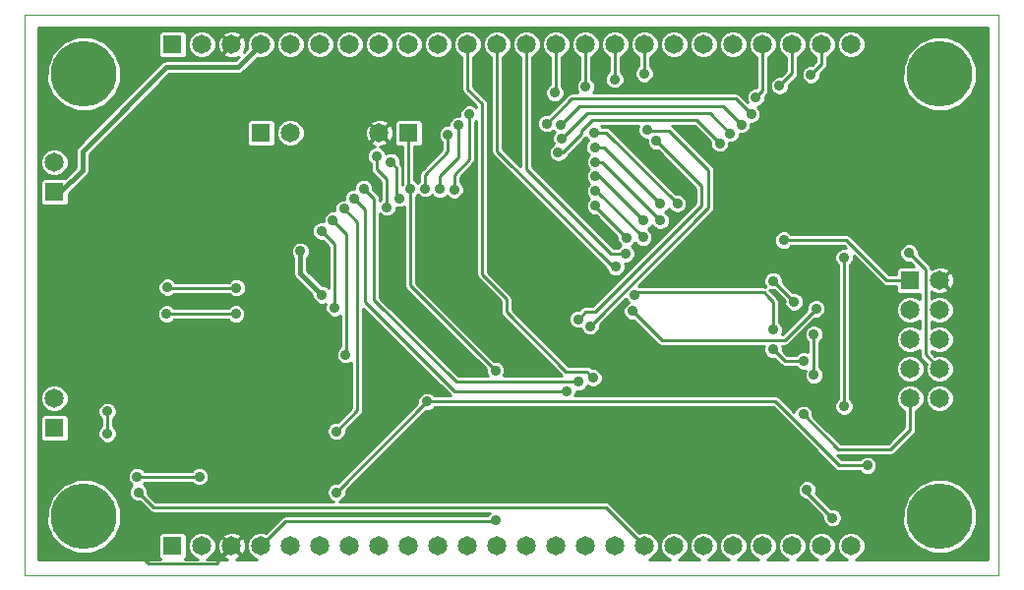
<source format=gbl>
%FSLAX34Y34*%
G04 Gerber Fmt 3.4, Leading zero omitted, Abs format*
G04 (created by PCBNEW (2013-10-23 BZR 4410)-product) date Thu 24 Oct 2013 09:27:40 PM EDT*
%MOIN*%
G01*
G70*
G90*
G04 APERTURE LIST*
%ADD10C,0.005906*%
%ADD11C,0.003937*%
%ADD12C,0.222441*%
%ADD13R,0.064961X0.064961*%
%ADD14C,0.064961*%
%ADD15C,0.035000*%
%ADD16C,0.010000*%
%ADD17C,0.018000*%
G04 APERTURE END LIST*
G54D10*
G54D11*
X82000Y-19000D02*
X49000Y-19000D01*
X82000Y-38000D02*
X82000Y-19000D01*
X49000Y-38000D02*
X82000Y-38000D01*
X49000Y-19000D02*
X49000Y-38000D01*
G54D12*
X80000Y-21000D03*
X80000Y-36000D03*
X51000Y-36000D03*
X51000Y-21000D03*
G54D13*
X50000Y-33000D03*
G54D14*
X50000Y-32000D03*
G54D13*
X57000Y-23000D03*
G54D14*
X58000Y-23000D03*
G54D13*
X50000Y-25000D03*
G54D14*
X50000Y-24000D03*
G54D13*
X62000Y-23000D03*
G54D14*
X61000Y-23000D03*
G54D13*
X79000Y-28000D03*
G54D14*
X80000Y-28000D03*
X79000Y-29000D03*
X80000Y-29000D03*
X79000Y-30000D03*
X80000Y-30000D03*
X79000Y-31000D03*
X80000Y-31000D03*
X79000Y-32000D03*
X80000Y-32000D03*
G54D13*
X54000Y-20000D03*
G54D14*
X55000Y-20000D03*
X56000Y-20000D03*
X57000Y-20000D03*
X58000Y-20000D03*
X59000Y-20000D03*
X60000Y-20000D03*
X61000Y-20000D03*
X62000Y-20000D03*
X63000Y-20000D03*
X64000Y-20000D03*
X65000Y-20000D03*
X66000Y-20000D03*
X67000Y-20000D03*
X68000Y-20000D03*
X69000Y-20000D03*
X70000Y-20000D03*
X71000Y-20000D03*
X72000Y-20000D03*
X73000Y-20000D03*
X74000Y-20000D03*
X75000Y-20000D03*
X76000Y-20000D03*
X77000Y-20000D03*
G54D13*
X54000Y-37000D03*
G54D14*
X55000Y-37000D03*
X56000Y-37000D03*
X57000Y-37000D03*
X58000Y-37000D03*
X59000Y-37000D03*
X60000Y-37000D03*
X61000Y-37000D03*
X62000Y-37000D03*
X63000Y-37000D03*
X64000Y-37000D03*
X65000Y-37000D03*
X66000Y-37000D03*
X67000Y-37000D03*
X68000Y-37000D03*
X69000Y-37000D03*
X70000Y-37000D03*
X71000Y-37000D03*
X72000Y-37000D03*
X73000Y-37000D03*
X74000Y-37000D03*
X75000Y-37000D03*
X76000Y-37000D03*
X77000Y-37000D03*
G54D15*
X64944Y-36145D03*
X64944Y-31047D03*
X62070Y-24905D03*
X66677Y-22681D03*
X73606Y-22366D03*
X78960Y-27070D03*
X67070Y-23665D03*
X72543Y-23350D03*
X74708Y-26637D03*
X67188Y-23192D03*
X72897Y-23015D03*
X75377Y-32543D03*
X67169Y-22720D03*
X73271Y-22720D03*
X71106Y-25397D03*
X68291Y-22996D03*
X74354Y-28015D03*
X75062Y-28724D03*
X68330Y-24472D03*
X69964Y-25968D03*
X68330Y-23980D03*
X70535Y-25968D03*
X56165Y-28251D03*
X53822Y-28232D03*
X68311Y-23488D03*
X70535Y-25397D03*
X56145Y-29137D03*
X53803Y-29137D03*
X75732Y-29826D03*
X75732Y-31204D03*
X76755Y-27228D03*
X76755Y-32267D03*
X75496Y-35102D03*
X76362Y-36047D03*
X52838Y-35181D03*
X68330Y-25476D03*
X69393Y-26559D03*
X68330Y-24964D03*
X69944Y-26539D03*
X60141Y-25220D03*
X67346Y-31755D03*
X67759Y-31440D03*
X60476Y-24885D03*
X68153Y-29551D03*
X70082Y-22897D03*
X70397Y-23271D03*
X67740Y-29314D03*
X73763Y-21795D03*
X74570Y-21401D03*
X75633Y-21027D03*
X68251Y-31303D03*
X69590Y-29039D03*
X69019Y-27543D03*
X75811Y-28960D03*
X74354Y-29669D03*
X69354Y-27090D03*
X69649Y-28488D03*
X74354Y-30338D03*
X75377Y-30732D03*
X66952Y-21637D03*
X64059Y-22366D03*
X63547Y-24925D03*
X67996Y-21440D03*
X63685Y-22740D03*
X63055Y-24905D03*
X68980Y-21185D03*
X63330Y-23055D03*
X62562Y-24885D03*
X69984Y-20988D03*
X61401Y-23980D03*
X61677Y-25220D03*
X60909Y-23783D03*
X61263Y-25515D03*
X59492Y-28921D03*
X59039Y-26322D03*
X59866Y-30515D03*
X59433Y-25968D03*
X59551Y-33114D03*
X59807Y-25574D03*
X52799Y-34649D03*
X54905Y-34649D03*
X58330Y-27011D03*
X59059Y-28488D03*
X77543Y-34275D03*
X59551Y-35181D03*
X62622Y-32110D03*
X56637Y-26874D03*
X56204Y-23763D03*
X52700Y-35968D03*
X51480Y-29157D03*
X51874Y-30023D03*
X52031Y-26677D03*
X59157Y-27602D03*
X64649Y-29354D03*
X65161Y-29807D03*
X66204Y-25929D03*
X66618Y-24196D03*
X61283Y-26618D03*
X69196Y-31322D03*
X63015Y-32661D03*
X57307Y-35102D03*
X61736Y-35102D03*
X64196Y-28173D03*
X66007Y-28822D03*
X60929Y-29728D03*
X51795Y-33192D03*
X51795Y-32444D03*
G54D16*
X62070Y-24905D02*
X62070Y-28173D01*
X57834Y-36165D02*
X57000Y-37000D01*
X64925Y-36165D02*
X57834Y-36165D01*
X64944Y-36145D02*
X64925Y-36165D01*
X62070Y-28173D02*
X64944Y-31047D01*
X62000Y-24834D02*
X62000Y-23000D01*
X62070Y-24905D02*
X62000Y-24834D01*
X66677Y-22681D02*
X67523Y-21834D01*
X67523Y-21834D02*
X73074Y-21834D01*
X73074Y-21834D02*
X73606Y-22366D01*
X79511Y-30511D02*
X80000Y-31000D01*
X79511Y-27622D02*
X79511Y-30511D01*
X79472Y-27582D02*
X79511Y-27622D01*
X78960Y-27070D02*
X79472Y-27582D01*
X67070Y-23665D02*
X67208Y-23665D01*
X67208Y-23665D02*
X67858Y-23015D01*
X67858Y-23015D02*
X67858Y-22937D01*
X67858Y-22937D02*
X68232Y-22562D01*
X68232Y-22562D02*
X71755Y-22562D01*
X71755Y-22562D02*
X72543Y-23350D01*
X78196Y-28000D02*
X79000Y-28000D01*
X76834Y-26637D02*
X78196Y-28000D01*
X74708Y-26637D02*
X76834Y-26637D01*
X67188Y-23192D02*
X68055Y-22326D01*
X68055Y-22326D02*
X72208Y-22326D01*
X72208Y-22326D02*
X72897Y-23015D01*
X79000Y-33055D02*
X79000Y-32000D01*
X78330Y-33724D02*
X79000Y-33055D01*
X76559Y-33724D02*
X78330Y-33724D01*
X75377Y-32543D02*
X76559Y-33724D01*
X67169Y-22720D02*
X67799Y-22090D01*
X67799Y-22090D02*
X72641Y-22090D01*
X72641Y-22090D02*
X73271Y-22720D01*
X68704Y-22996D02*
X71106Y-25397D01*
X68291Y-22996D02*
X68704Y-22996D01*
X75062Y-28724D02*
X74354Y-28015D01*
X68330Y-24472D02*
X68468Y-24472D01*
X68468Y-24472D02*
X69964Y-25968D01*
X68330Y-23980D02*
X68547Y-23980D01*
X68547Y-23980D02*
X70535Y-25968D01*
X53842Y-28251D02*
X56165Y-28251D01*
X53822Y-28232D02*
X53842Y-28251D01*
X68311Y-23488D02*
X68625Y-23488D01*
X68625Y-23488D02*
X70535Y-25397D01*
X53803Y-29137D02*
X56145Y-29137D01*
X75732Y-31204D02*
X75732Y-29826D01*
X76755Y-32267D02*
X76755Y-27228D01*
X75496Y-35181D02*
X75496Y-35102D01*
X76362Y-36047D02*
X75496Y-35181D01*
X68692Y-35692D02*
X70000Y-37000D01*
X53350Y-35692D02*
X68692Y-35692D01*
X52838Y-35181D02*
X53350Y-35692D01*
X68330Y-25476D02*
X68330Y-25496D01*
X68330Y-25496D02*
X69393Y-26559D01*
X68330Y-24964D02*
X68370Y-24964D01*
X68370Y-24964D02*
X69944Y-26539D01*
X60515Y-25594D02*
X60141Y-25220D01*
X60515Y-28724D02*
X60515Y-25594D01*
X63566Y-31775D02*
X60515Y-28724D01*
X67326Y-31775D02*
X63566Y-31775D01*
X67346Y-31755D02*
X67326Y-31775D01*
X63606Y-31440D02*
X67759Y-31440D01*
X60830Y-28665D02*
X63606Y-31440D01*
X60830Y-25240D02*
X60830Y-28665D01*
X60476Y-24885D02*
X60830Y-25240D01*
X70811Y-22917D02*
X70102Y-22917D01*
X68153Y-29551D02*
X72169Y-25535D01*
X72169Y-25535D02*
X72169Y-24275D01*
X72169Y-24275D02*
X70811Y-22917D01*
X70102Y-22917D02*
X70082Y-22897D01*
X67740Y-29314D02*
X67976Y-29078D01*
X67976Y-29078D02*
X68311Y-29078D01*
X68311Y-29078D02*
X71933Y-25456D01*
X71933Y-25456D02*
X71933Y-24807D01*
X71933Y-24807D02*
X70397Y-23271D01*
X74000Y-21559D02*
X74000Y-20000D01*
X73763Y-21795D02*
X74000Y-21559D01*
X75000Y-20972D02*
X75000Y-20000D01*
X74570Y-21401D02*
X75000Y-20972D01*
X76000Y-20661D02*
X76000Y-20000D01*
X75633Y-21027D02*
X76000Y-20661D01*
X64000Y-20000D02*
X64000Y-21519D01*
X68035Y-31086D02*
X68251Y-31303D01*
X67326Y-31086D02*
X68035Y-31086D01*
X65318Y-29078D02*
X67326Y-31086D01*
X65318Y-28625D02*
X65318Y-29078D01*
X64492Y-27799D02*
X65318Y-28625D01*
X64492Y-22011D02*
X64492Y-27799D01*
X64000Y-21519D02*
X64492Y-22011D01*
X65000Y-23622D02*
X65000Y-20000D01*
X70574Y-30023D02*
X74374Y-30023D01*
X69590Y-29039D02*
X70574Y-30023D01*
X68921Y-27543D02*
X69019Y-27543D01*
X65000Y-23622D02*
X68921Y-27543D01*
X74374Y-30023D02*
X74452Y-30023D01*
X74748Y-30023D02*
X74452Y-30023D01*
X75811Y-28960D02*
X74748Y-30023D01*
X74196Y-28566D02*
X74354Y-28724D01*
X74354Y-28724D02*
X74354Y-29669D01*
X66000Y-24228D02*
X68862Y-27090D01*
X68862Y-27090D02*
X69354Y-27090D01*
X69649Y-28488D02*
X69728Y-28409D01*
X69728Y-28409D02*
X74039Y-28409D01*
X66000Y-24228D02*
X66000Y-20000D01*
X74039Y-28409D02*
X74196Y-28566D01*
X74748Y-30732D02*
X74354Y-30338D01*
X75377Y-30732D02*
X74748Y-30732D01*
X67000Y-21590D02*
X67000Y-20000D01*
X66952Y-21637D02*
X67000Y-21590D01*
X64059Y-23901D02*
X64059Y-22366D01*
X63547Y-24413D02*
X64059Y-23901D01*
X63547Y-24925D02*
X63547Y-24413D01*
X68000Y-21437D02*
X68000Y-20000D01*
X67996Y-21440D02*
X68000Y-21437D01*
X63685Y-23842D02*
X63685Y-22740D01*
X63055Y-24472D02*
X63685Y-23842D01*
X63055Y-24905D02*
X63055Y-24472D01*
X69000Y-21165D02*
X69000Y-20000D01*
X68980Y-21185D02*
X69000Y-21165D01*
X63330Y-23645D02*
X63330Y-23055D01*
X62562Y-24413D02*
X63330Y-23645D01*
X62562Y-24885D02*
X62562Y-24413D01*
X70000Y-20972D02*
X70000Y-20000D01*
X69984Y-20988D02*
X70000Y-20972D01*
X61578Y-24157D02*
X61401Y-23980D01*
X61578Y-25122D02*
X61578Y-24157D01*
X61677Y-25220D02*
X61578Y-25122D01*
X60909Y-24216D02*
X60909Y-23783D01*
X61263Y-24570D02*
X60909Y-24216D01*
X61263Y-25515D02*
X61263Y-24570D01*
X59492Y-26775D02*
X59492Y-28921D01*
X59039Y-26322D02*
X59492Y-26775D01*
X59885Y-30496D02*
X59866Y-30515D01*
X59885Y-26421D02*
X59885Y-30496D01*
X59433Y-25968D02*
X59885Y-26421D01*
X60259Y-32405D02*
X59551Y-33114D01*
X60259Y-26027D02*
X60259Y-32405D01*
X59807Y-25574D02*
X60259Y-26027D01*
X52799Y-34649D02*
X54905Y-34649D01*
G54D17*
X58330Y-27759D02*
X58330Y-27011D01*
X59059Y-28488D02*
X58330Y-27759D01*
X50000Y-25000D02*
X50204Y-25000D01*
X56228Y-20771D02*
X57000Y-20000D01*
X53803Y-20771D02*
X56228Y-20771D01*
X50948Y-23625D02*
X53803Y-20771D01*
X50948Y-24255D02*
X50948Y-23625D01*
X50204Y-25000D02*
X50948Y-24255D01*
G54D16*
X74433Y-32110D02*
X75889Y-33566D01*
X74433Y-32110D02*
X74374Y-32110D01*
X62622Y-32110D02*
X74374Y-32110D01*
X76598Y-34275D02*
X77543Y-34275D01*
X75889Y-33566D02*
X76598Y-34275D01*
X62622Y-32110D02*
X59551Y-35181D01*
X56637Y-24196D02*
X56637Y-26874D01*
X56204Y-23763D02*
X56637Y-24196D01*
X56000Y-37000D02*
X56000Y-37078D01*
X52700Y-37110D02*
X52700Y-35968D01*
X53173Y-37582D02*
X52700Y-37110D01*
X55496Y-37582D02*
X53173Y-37582D01*
X56000Y-37078D02*
X55496Y-37582D01*
X64649Y-29354D02*
X64708Y-29354D01*
X64708Y-29354D02*
X65161Y-29807D01*
X51795Y-32444D02*
X51795Y-33192D01*
G54D10*
G36*
X64679Y-31240D02*
X63689Y-31240D01*
X61030Y-28582D01*
X61030Y-25742D01*
X61079Y-25791D01*
X61198Y-25840D01*
X61328Y-25840D01*
X61447Y-25791D01*
X61539Y-25700D01*
X61588Y-25580D01*
X61588Y-25535D01*
X61612Y-25545D01*
X61741Y-25545D01*
X61861Y-25496D01*
X61870Y-25486D01*
X61870Y-28173D01*
X61886Y-28249D01*
X61929Y-28314D01*
X64619Y-31005D01*
X64619Y-31111D01*
X64669Y-31231D01*
X64679Y-31240D01*
X64679Y-31240D01*
G37*
G54D16*
X64679Y-31240D02*
X63689Y-31240D01*
X61030Y-28582D01*
X61030Y-25742D01*
X61079Y-25791D01*
X61198Y-25840D01*
X61328Y-25840D01*
X61447Y-25791D01*
X61539Y-25700D01*
X61588Y-25580D01*
X61588Y-25535D01*
X61612Y-25545D01*
X61741Y-25545D01*
X61861Y-25496D01*
X61870Y-25486D01*
X61870Y-28173D01*
X61886Y-28249D01*
X61929Y-28314D01*
X64619Y-31005D01*
X64619Y-31111D01*
X64669Y-31231D01*
X64679Y-31240D01*
G54D10*
G36*
X67204Y-31240D02*
X65210Y-31240D01*
X65220Y-31231D01*
X65269Y-31112D01*
X65269Y-30982D01*
X65220Y-30863D01*
X65129Y-30771D01*
X65009Y-30722D01*
X64902Y-30722D01*
X62270Y-28090D01*
X62270Y-25165D01*
X62326Y-25109D01*
X62378Y-25161D01*
X62498Y-25210D01*
X62627Y-25210D01*
X62746Y-25161D01*
X62799Y-25109D01*
X62870Y-25180D01*
X62990Y-25230D01*
X63119Y-25230D01*
X63238Y-25181D01*
X63291Y-25128D01*
X63362Y-25200D01*
X63482Y-25250D01*
X63611Y-25250D01*
X63731Y-25200D01*
X63822Y-25109D01*
X63872Y-24990D01*
X63872Y-24860D01*
X63822Y-24741D01*
X63747Y-24665D01*
X63747Y-24496D01*
X64200Y-24042D01*
X64200Y-24042D01*
X64243Y-23978D01*
X64259Y-23901D01*
X64259Y-22625D01*
X64292Y-22592D01*
X64292Y-27799D01*
X64307Y-27875D01*
X64350Y-27940D01*
X65118Y-28708D01*
X65118Y-29078D01*
X65134Y-29155D01*
X65177Y-29220D01*
X67185Y-31228D01*
X67204Y-31240D01*
X67204Y-31240D01*
G37*
G54D16*
X67204Y-31240D02*
X65210Y-31240D01*
X65220Y-31231D01*
X65269Y-31112D01*
X65269Y-30982D01*
X65220Y-30863D01*
X65129Y-30771D01*
X65009Y-30722D01*
X64902Y-30722D01*
X62270Y-28090D01*
X62270Y-25165D01*
X62326Y-25109D01*
X62378Y-25161D01*
X62498Y-25210D01*
X62627Y-25210D01*
X62746Y-25161D01*
X62799Y-25109D01*
X62870Y-25180D01*
X62990Y-25230D01*
X63119Y-25230D01*
X63238Y-25181D01*
X63291Y-25128D01*
X63362Y-25200D01*
X63482Y-25250D01*
X63611Y-25250D01*
X63731Y-25200D01*
X63822Y-25109D01*
X63872Y-24990D01*
X63872Y-24860D01*
X63822Y-24741D01*
X63747Y-24665D01*
X63747Y-24496D01*
X64200Y-24042D01*
X64200Y-24042D01*
X64243Y-23978D01*
X64259Y-23901D01*
X64259Y-22625D01*
X64292Y-22592D01*
X64292Y-27799D01*
X64307Y-27875D01*
X64350Y-27940D01*
X65118Y-28708D01*
X65118Y-29078D01*
X65134Y-29155D01*
X65177Y-29220D01*
X67185Y-31228D01*
X67204Y-31240D01*
G54D10*
G36*
X81627Y-37453D02*
X81262Y-37453D01*
X81262Y-35750D01*
X81262Y-20750D01*
X81070Y-20285D01*
X80715Y-19930D01*
X80252Y-19738D01*
X79750Y-19737D01*
X79285Y-19929D01*
X78930Y-20284D01*
X78738Y-20747D01*
X78737Y-21249D01*
X78929Y-21714D01*
X79284Y-22069D01*
X79747Y-22261D01*
X80249Y-22262D01*
X80714Y-22070D01*
X81069Y-21715D01*
X81261Y-21252D01*
X81262Y-20750D01*
X81262Y-35750D01*
X81070Y-35285D01*
X80715Y-34930D01*
X80477Y-34831D01*
X80477Y-27919D01*
X80410Y-27742D01*
X80394Y-27719D01*
X80319Y-27687D01*
X80007Y-28000D01*
X80319Y-28312D01*
X80394Y-28280D01*
X80471Y-28108D01*
X80477Y-27919D01*
X80477Y-34831D01*
X80474Y-34830D01*
X80474Y-31905D01*
X80474Y-30905D01*
X80402Y-30731D01*
X80269Y-30597D01*
X80094Y-30525D01*
X79905Y-30525D01*
X79836Y-30553D01*
X79711Y-30428D01*
X79711Y-30383D01*
X79730Y-30402D01*
X79905Y-30474D01*
X80094Y-30474D01*
X80268Y-30402D01*
X80402Y-30269D01*
X80474Y-30094D01*
X80474Y-29905D01*
X80402Y-29731D01*
X80269Y-29597D01*
X80094Y-29525D01*
X79905Y-29525D01*
X79731Y-29597D01*
X79711Y-29616D01*
X79711Y-29383D01*
X79730Y-29402D01*
X79905Y-29474D01*
X80094Y-29474D01*
X80268Y-29402D01*
X80402Y-29269D01*
X80474Y-29094D01*
X80474Y-28905D01*
X80402Y-28731D01*
X80269Y-28597D01*
X80094Y-28525D01*
X79905Y-28525D01*
X79731Y-28597D01*
X79711Y-28616D01*
X79711Y-28376D01*
X79719Y-28394D01*
X79891Y-28471D01*
X80080Y-28477D01*
X80257Y-28410D01*
X80280Y-28394D01*
X80312Y-28319D01*
X80000Y-28007D01*
X79994Y-28012D01*
X79987Y-28005D01*
X79992Y-28000D01*
X79987Y-27994D01*
X79994Y-27987D01*
X80000Y-27992D01*
X80312Y-27680D01*
X80280Y-27605D01*
X80108Y-27528D01*
X79919Y-27522D01*
X79742Y-27589D01*
X79719Y-27605D01*
X79711Y-27623D01*
X79711Y-27622D01*
X79699Y-27558D01*
X79696Y-27545D01*
X79696Y-27545D01*
X79653Y-27480D01*
X79613Y-27441D01*
X79613Y-27441D01*
X79285Y-27112D01*
X79285Y-27006D01*
X79236Y-26887D01*
X79144Y-26795D01*
X79025Y-26745D01*
X78896Y-26745D01*
X78776Y-26795D01*
X78685Y-26886D01*
X78635Y-27005D01*
X78635Y-27135D01*
X78684Y-27254D01*
X78776Y-27346D01*
X78895Y-27395D01*
X79002Y-27395D01*
X79132Y-27525D01*
X78645Y-27525D01*
X78590Y-27548D01*
X78548Y-27590D01*
X78525Y-27645D01*
X78525Y-27705D01*
X78525Y-27800D01*
X78279Y-27800D01*
X77474Y-26995D01*
X77474Y-19905D01*
X77402Y-19731D01*
X77269Y-19597D01*
X77094Y-19525D01*
X76905Y-19525D01*
X76731Y-19597D01*
X76597Y-19730D01*
X76525Y-19905D01*
X76525Y-20094D01*
X76597Y-20268D01*
X76730Y-20402D01*
X76905Y-20474D01*
X77094Y-20474D01*
X77268Y-20402D01*
X77402Y-20269D01*
X77474Y-20094D01*
X77474Y-19905D01*
X77474Y-26995D01*
X76976Y-26496D01*
X76911Y-26453D01*
X76834Y-26437D01*
X76474Y-26437D01*
X76474Y-19905D01*
X76402Y-19731D01*
X76269Y-19597D01*
X76094Y-19525D01*
X75905Y-19525D01*
X75731Y-19597D01*
X75597Y-19730D01*
X75525Y-19905D01*
X75525Y-20094D01*
X75597Y-20268D01*
X75730Y-20402D01*
X75800Y-20431D01*
X75800Y-20578D01*
X75675Y-20702D01*
X75569Y-20702D01*
X75474Y-20741D01*
X75474Y-19905D01*
X75402Y-19731D01*
X75269Y-19597D01*
X75094Y-19525D01*
X74905Y-19525D01*
X74731Y-19597D01*
X74597Y-19730D01*
X74525Y-19905D01*
X74525Y-20094D01*
X74597Y-20268D01*
X74730Y-20402D01*
X74800Y-20431D01*
X74800Y-20889D01*
X74612Y-21076D01*
X74506Y-21076D01*
X74387Y-21125D01*
X74295Y-21217D01*
X74245Y-21336D01*
X74245Y-21465D01*
X74295Y-21585D01*
X74386Y-21676D01*
X74505Y-21726D01*
X74635Y-21726D01*
X74754Y-21677D01*
X74846Y-21585D01*
X74895Y-21466D01*
X74895Y-21359D01*
X75141Y-21113D01*
X75184Y-21048D01*
X75200Y-20972D01*
X75200Y-20431D01*
X75268Y-20402D01*
X75402Y-20269D01*
X75474Y-20094D01*
X75474Y-19905D01*
X75474Y-20741D01*
X75450Y-20751D01*
X75358Y-20843D01*
X75308Y-20962D01*
X75308Y-21091D01*
X75358Y-21211D01*
X75449Y-21302D01*
X75568Y-21352D01*
X75698Y-21352D01*
X75817Y-21303D01*
X75909Y-21211D01*
X75958Y-21092D01*
X75958Y-20985D01*
X76141Y-20802D01*
X76141Y-20802D01*
X76184Y-20737D01*
X76200Y-20661D01*
X76200Y-20431D01*
X76268Y-20402D01*
X76402Y-20269D01*
X76474Y-20094D01*
X76474Y-19905D01*
X76474Y-26437D01*
X74968Y-26437D01*
X74892Y-26362D01*
X74773Y-26312D01*
X74644Y-26312D01*
X74524Y-26362D01*
X74433Y-26453D01*
X74383Y-26572D01*
X74383Y-26702D01*
X74432Y-26821D01*
X74524Y-26913D01*
X74643Y-26962D01*
X74773Y-26962D01*
X74892Y-26913D01*
X74968Y-26837D01*
X76751Y-26837D01*
X76817Y-26903D01*
X76691Y-26903D01*
X76572Y-26952D01*
X76480Y-27044D01*
X76430Y-27163D01*
X76430Y-27292D01*
X76480Y-27412D01*
X76555Y-27488D01*
X76555Y-32008D01*
X76480Y-32083D01*
X76430Y-32202D01*
X76430Y-32332D01*
X76480Y-32451D01*
X76571Y-32543D01*
X76690Y-32592D01*
X76820Y-32592D01*
X76939Y-32543D01*
X77031Y-32452D01*
X77080Y-32332D01*
X77080Y-32203D01*
X77031Y-32083D01*
X76955Y-32008D01*
X76955Y-27487D01*
X77031Y-27412D01*
X77080Y-27293D01*
X77080Y-27166D01*
X78055Y-28141D01*
X78120Y-28184D01*
X78196Y-28200D01*
X78525Y-28200D01*
X78525Y-28354D01*
X78548Y-28409D01*
X78590Y-28451D01*
X78645Y-28474D01*
X78705Y-28474D01*
X79311Y-28474D01*
X79311Y-28640D01*
X79269Y-28597D01*
X79094Y-28525D01*
X78905Y-28525D01*
X78731Y-28597D01*
X78597Y-28730D01*
X78525Y-28905D01*
X78525Y-29094D01*
X78597Y-29268D01*
X78730Y-29402D01*
X78905Y-29474D01*
X79094Y-29474D01*
X79268Y-29402D01*
X79311Y-29359D01*
X79311Y-29640D01*
X79269Y-29597D01*
X79094Y-29525D01*
X78905Y-29525D01*
X78731Y-29597D01*
X78597Y-29730D01*
X78525Y-29905D01*
X78525Y-30094D01*
X78597Y-30268D01*
X78730Y-30402D01*
X78905Y-30474D01*
X79094Y-30474D01*
X79268Y-30402D01*
X79311Y-30359D01*
X79311Y-30511D01*
X79327Y-30588D01*
X79370Y-30653D01*
X79553Y-30836D01*
X79525Y-30905D01*
X79525Y-31094D01*
X79597Y-31268D01*
X79730Y-31402D01*
X79905Y-31474D01*
X80094Y-31474D01*
X80268Y-31402D01*
X80402Y-31269D01*
X80474Y-31094D01*
X80474Y-30905D01*
X80474Y-31905D01*
X80402Y-31731D01*
X80269Y-31597D01*
X80094Y-31525D01*
X79905Y-31525D01*
X79731Y-31597D01*
X79597Y-31730D01*
X79525Y-31905D01*
X79525Y-32094D01*
X79597Y-32268D01*
X79730Y-32402D01*
X79905Y-32474D01*
X80094Y-32474D01*
X80268Y-32402D01*
X80402Y-32269D01*
X80474Y-32094D01*
X80474Y-31905D01*
X80474Y-34830D01*
X80252Y-34738D01*
X79750Y-34737D01*
X79285Y-34929D01*
X78930Y-35284D01*
X78738Y-35747D01*
X78737Y-36249D01*
X78929Y-36714D01*
X79284Y-37069D01*
X79747Y-37261D01*
X80249Y-37262D01*
X80714Y-37070D01*
X81069Y-36715D01*
X81261Y-36252D01*
X81262Y-35750D01*
X81262Y-37453D01*
X77144Y-37453D01*
X77268Y-37402D01*
X77402Y-37269D01*
X77474Y-37094D01*
X77474Y-36905D01*
X77402Y-36731D01*
X77269Y-36597D01*
X77094Y-36525D01*
X76905Y-36525D01*
X76731Y-36597D01*
X76687Y-36641D01*
X76687Y-35982D01*
X76637Y-35863D01*
X76546Y-35771D01*
X76427Y-35722D01*
X76320Y-35722D01*
X75804Y-35206D01*
X75821Y-35167D01*
X75821Y-35037D01*
X75771Y-34918D01*
X75680Y-34827D01*
X75560Y-34777D01*
X75431Y-34777D01*
X75312Y-34826D01*
X75220Y-34918D01*
X75171Y-35037D01*
X75171Y-35166D01*
X75220Y-35286D01*
X75311Y-35377D01*
X75431Y-35427D01*
X75459Y-35427D01*
X76037Y-36005D01*
X76037Y-36111D01*
X76086Y-36231D01*
X76177Y-36322D01*
X76297Y-36372D01*
X76426Y-36372D01*
X76546Y-36322D01*
X76637Y-36231D01*
X76687Y-36112D01*
X76687Y-35982D01*
X76687Y-36641D01*
X76597Y-36730D01*
X76525Y-36905D01*
X76525Y-37094D01*
X76597Y-37268D01*
X76730Y-37402D01*
X76855Y-37453D01*
X76144Y-37453D01*
X76268Y-37402D01*
X76402Y-37269D01*
X76474Y-37094D01*
X76474Y-36905D01*
X76402Y-36731D01*
X76269Y-36597D01*
X76094Y-36525D01*
X75905Y-36525D01*
X75731Y-36597D01*
X75597Y-36730D01*
X75525Y-36905D01*
X75525Y-37094D01*
X75597Y-37268D01*
X75730Y-37402D01*
X75855Y-37453D01*
X75144Y-37453D01*
X75268Y-37402D01*
X75402Y-37269D01*
X75474Y-37094D01*
X75474Y-36905D01*
X75402Y-36731D01*
X75269Y-36597D01*
X75094Y-36525D01*
X74905Y-36525D01*
X74731Y-36597D01*
X74597Y-36730D01*
X74525Y-36905D01*
X74525Y-37094D01*
X74597Y-37268D01*
X74730Y-37402D01*
X74855Y-37453D01*
X74144Y-37453D01*
X74268Y-37402D01*
X74402Y-37269D01*
X74474Y-37094D01*
X74474Y-36905D01*
X74402Y-36731D01*
X74269Y-36597D01*
X74094Y-36525D01*
X73905Y-36525D01*
X73731Y-36597D01*
X73597Y-36730D01*
X73525Y-36905D01*
X73525Y-37094D01*
X73597Y-37268D01*
X73730Y-37402D01*
X73855Y-37453D01*
X73144Y-37453D01*
X73268Y-37402D01*
X73402Y-37269D01*
X73474Y-37094D01*
X73474Y-36905D01*
X73402Y-36731D01*
X73269Y-36597D01*
X73094Y-36525D01*
X72905Y-36525D01*
X72731Y-36597D01*
X72597Y-36730D01*
X72525Y-36905D01*
X72525Y-37094D01*
X72597Y-37268D01*
X72730Y-37402D01*
X72855Y-37453D01*
X72144Y-37453D01*
X72268Y-37402D01*
X72402Y-37269D01*
X72474Y-37094D01*
X72474Y-36905D01*
X72402Y-36731D01*
X72269Y-36597D01*
X72094Y-36525D01*
X71905Y-36525D01*
X71731Y-36597D01*
X71597Y-36730D01*
X71525Y-36905D01*
X71525Y-37094D01*
X71597Y-37268D01*
X71730Y-37402D01*
X71855Y-37453D01*
X71144Y-37453D01*
X71268Y-37402D01*
X71402Y-37269D01*
X71474Y-37094D01*
X71474Y-36905D01*
X71402Y-36731D01*
X71269Y-36597D01*
X71094Y-36525D01*
X70905Y-36525D01*
X70731Y-36597D01*
X70597Y-36730D01*
X70525Y-36905D01*
X70525Y-37094D01*
X70597Y-37268D01*
X70730Y-37402D01*
X70855Y-37453D01*
X70144Y-37453D01*
X70268Y-37402D01*
X70402Y-37269D01*
X70474Y-37094D01*
X70474Y-36905D01*
X70402Y-36731D01*
X70269Y-36597D01*
X70094Y-36525D01*
X69905Y-36525D01*
X69836Y-36553D01*
X68834Y-35551D01*
X68769Y-35508D01*
X68692Y-35492D01*
X59647Y-35492D01*
X59735Y-35456D01*
X59826Y-35365D01*
X59876Y-35246D01*
X59876Y-35138D01*
X62579Y-32435D01*
X62686Y-32435D01*
X62805Y-32385D01*
X62881Y-32310D01*
X74350Y-32310D01*
X75748Y-33708D01*
X76457Y-34417D01*
X76457Y-34417D01*
X76521Y-34460D01*
X76521Y-34460D01*
X76534Y-34462D01*
X76598Y-34475D01*
X77283Y-34475D01*
X77358Y-34550D01*
X77478Y-34600D01*
X77607Y-34600D01*
X77727Y-34551D01*
X77818Y-34459D01*
X77868Y-34340D01*
X77868Y-34211D01*
X77818Y-34091D01*
X77727Y-34000D01*
X77608Y-33950D01*
X77478Y-33950D01*
X77359Y-33999D01*
X77283Y-34075D01*
X76681Y-34075D01*
X76522Y-33917D01*
X76559Y-33924D01*
X78330Y-33924D01*
X78407Y-33909D01*
X78472Y-33865D01*
X79141Y-33196D01*
X79184Y-33131D01*
X79200Y-33055D01*
X79200Y-32431D01*
X79268Y-32402D01*
X79402Y-32269D01*
X79474Y-32094D01*
X79474Y-31905D01*
X79474Y-30905D01*
X79402Y-30731D01*
X79269Y-30597D01*
X79094Y-30525D01*
X78905Y-30525D01*
X78731Y-30597D01*
X78597Y-30730D01*
X78525Y-30905D01*
X78525Y-31094D01*
X78597Y-31268D01*
X78730Y-31402D01*
X78905Y-31474D01*
X79094Y-31474D01*
X79268Y-31402D01*
X79402Y-31269D01*
X79474Y-31094D01*
X79474Y-30905D01*
X79474Y-31905D01*
X79402Y-31731D01*
X79269Y-31597D01*
X79094Y-31525D01*
X78905Y-31525D01*
X78731Y-31597D01*
X78597Y-31730D01*
X78525Y-31905D01*
X78525Y-32094D01*
X78597Y-32268D01*
X78730Y-32402D01*
X78800Y-32431D01*
X78800Y-32972D01*
X78247Y-33524D01*
X76641Y-33524D01*
X76136Y-33018D01*
X76136Y-28896D01*
X76086Y-28776D01*
X75995Y-28685D01*
X75875Y-28635D01*
X75746Y-28635D01*
X75627Y-28684D01*
X75535Y-28776D01*
X75486Y-28895D01*
X75485Y-29002D01*
X74665Y-29823D01*
X74642Y-29823D01*
X74679Y-29734D01*
X74679Y-29604D01*
X74630Y-29485D01*
X74554Y-29409D01*
X74554Y-28724D01*
X74541Y-28660D01*
X74539Y-28647D01*
X74539Y-28647D01*
X74495Y-28582D01*
X74495Y-28582D01*
X74338Y-28425D01*
X74338Y-28425D01*
X74338Y-28425D01*
X74227Y-28315D01*
X74289Y-28340D01*
X74396Y-28340D01*
X74738Y-28682D01*
X74737Y-28788D01*
X74787Y-28908D01*
X74878Y-28999D01*
X74998Y-29049D01*
X75127Y-29049D01*
X75246Y-29000D01*
X75338Y-28908D01*
X75387Y-28789D01*
X75388Y-28660D01*
X75338Y-28540D01*
X75247Y-28449D01*
X75127Y-28399D01*
X75020Y-28399D01*
X74679Y-28057D01*
X74679Y-27951D01*
X74630Y-27831D01*
X74538Y-27740D01*
X74419Y-27690D01*
X74289Y-27690D01*
X74170Y-27740D01*
X74078Y-27831D01*
X74029Y-27950D01*
X74029Y-28080D01*
X74078Y-28199D01*
X74100Y-28221D01*
X74039Y-28209D01*
X69825Y-28209D01*
X69792Y-28195D01*
X72310Y-25676D01*
X72354Y-25611D01*
X72354Y-25611D01*
X72356Y-25599D01*
X72369Y-25535D01*
X72369Y-25535D01*
X72369Y-24275D01*
X72354Y-24199D01*
X72310Y-24134D01*
X70952Y-22775D01*
X70933Y-22762D01*
X71673Y-22762D01*
X72218Y-23308D01*
X72218Y-23414D01*
X72267Y-23534D01*
X72358Y-23625D01*
X72478Y-23675D01*
X72607Y-23675D01*
X72727Y-23626D01*
X72818Y-23534D01*
X72868Y-23415D01*
X72868Y-23340D01*
X72962Y-23340D01*
X73081Y-23291D01*
X73172Y-23200D01*
X73222Y-23080D01*
X73222Y-23045D01*
X73336Y-23045D01*
X73455Y-22996D01*
X73547Y-22904D01*
X73596Y-22785D01*
X73596Y-22691D01*
X73670Y-22691D01*
X73790Y-22641D01*
X73881Y-22550D01*
X73931Y-22431D01*
X73931Y-22301D01*
X73881Y-22182D01*
X73820Y-22120D01*
X73828Y-22120D01*
X73947Y-22070D01*
X74039Y-21979D01*
X74088Y-21860D01*
X74088Y-21753D01*
X74141Y-21700D01*
X74184Y-21635D01*
X74184Y-21635D01*
X74200Y-21559D01*
X74200Y-20431D01*
X74268Y-20402D01*
X74402Y-20269D01*
X74474Y-20094D01*
X74474Y-19905D01*
X74402Y-19731D01*
X74269Y-19597D01*
X74094Y-19525D01*
X73905Y-19525D01*
X73731Y-19597D01*
X73597Y-19730D01*
X73525Y-19905D01*
X73525Y-20094D01*
X73597Y-20268D01*
X73730Y-20402D01*
X73800Y-20431D01*
X73800Y-21470D01*
X73699Y-21470D01*
X73579Y-21519D01*
X73488Y-21610D01*
X73474Y-21643D01*
X73474Y-19905D01*
X73402Y-19731D01*
X73269Y-19597D01*
X73094Y-19525D01*
X72905Y-19525D01*
X72731Y-19597D01*
X72597Y-19730D01*
X72525Y-19905D01*
X72525Y-20094D01*
X72597Y-20268D01*
X72730Y-20402D01*
X72905Y-20474D01*
X73094Y-20474D01*
X73268Y-20402D01*
X73402Y-20269D01*
X73474Y-20094D01*
X73474Y-19905D01*
X73474Y-21643D01*
X73438Y-21730D01*
X73438Y-21859D01*
X73478Y-21955D01*
X73216Y-21693D01*
X73151Y-21649D01*
X73074Y-21634D01*
X72474Y-21634D01*
X72474Y-19905D01*
X72402Y-19731D01*
X72269Y-19597D01*
X72094Y-19525D01*
X71905Y-19525D01*
X71731Y-19597D01*
X71597Y-19730D01*
X71525Y-19905D01*
X71525Y-20094D01*
X71597Y-20268D01*
X71730Y-20402D01*
X71905Y-20474D01*
X72094Y-20474D01*
X72268Y-20402D01*
X72402Y-20269D01*
X72474Y-20094D01*
X72474Y-19905D01*
X72474Y-21634D01*
X71474Y-21634D01*
X71474Y-19905D01*
X71402Y-19731D01*
X71269Y-19597D01*
X71094Y-19525D01*
X70905Y-19525D01*
X70731Y-19597D01*
X70597Y-19730D01*
X70525Y-19905D01*
X70525Y-20094D01*
X70597Y-20268D01*
X70730Y-20402D01*
X70905Y-20474D01*
X71094Y-20474D01*
X71268Y-20402D01*
X71402Y-20269D01*
X71474Y-20094D01*
X71474Y-19905D01*
X71474Y-21634D01*
X70474Y-21634D01*
X70474Y-19905D01*
X70402Y-19731D01*
X70269Y-19597D01*
X70094Y-19525D01*
X69905Y-19525D01*
X69731Y-19597D01*
X69597Y-19730D01*
X69525Y-19905D01*
X69525Y-20094D01*
X69597Y-20268D01*
X69730Y-20402D01*
X69800Y-20431D01*
X69800Y-20712D01*
X69708Y-20803D01*
X69659Y-20923D01*
X69659Y-21052D01*
X69708Y-21172D01*
X69799Y-21263D01*
X69919Y-21313D01*
X70048Y-21313D01*
X70168Y-21263D01*
X70259Y-21172D01*
X70309Y-21053D01*
X70309Y-20923D01*
X70259Y-20804D01*
X70200Y-20744D01*
X70200Y-20431D01*
X70268Y-20402D01*
X70402Y-20269D01*
X70474Y-20094D01*
X70474Y-19905D01*
X70474Y-21634D01*
X69474Y-21634D01*
X69474Y-19905D01*
X69402Y-19731D01*
X69269Y-19597D01*
X69094Y-19525D01*
X68905Y-19525D01*
X68731Y-19597D01*
X68597Y-19730D01*
X68525Y-19905D01*
X68525Y-20094D01*
X68597Y-20268D01*
X68730Y-20402D01*
X68800Y-20431D01*
X68800Y-20907D01*
X68796Y-20909D01*
X68704Y-21000D01*
X68655Y-21120D01*
X68655Y-21249D01*
X68704Y-21368D01*
X68795Y-21460D01*
X68915Y-21509D01*
X69044Y-21510D01*
X69164Y-21460D01*
X69255Y-21369D01*
X69305Y-21249D01*
X69305Y-21120D01*
X69255Y-21001D01*
X69200Y-20945D01*
X69200Y-20431D01*
X69268Y-20402D01*
X69402Y-20269D01*
X69474Y-20094D01*
X69474Y-19905D01*
X69474Y-21634D01*
X68262Y-21634D01*
X68271Y-21625D01*
X68321Y-21505D01*
X68321Y-21376D01*
X68271Y-21257D01*
X68200Y-21185D01*
X68200Y-20431D01*
X68268Y-20402D01*
X68402Y-20269D01*
X68474Y-20094D01*
X68474Y-19905D01*
X68402Y-19731D01*
X68269Y-19597D01*
X68094Y-19525D01*
X67905Y-19525D01*
X67731Y-19597D01*
X67597Y-19730D01*
X67525Y-19905D01*
X67525Y-20094D01*
X67597Y-20268D01*
X67730Y-20402D01*
X67800Y-20431D01*
X67800Y-21177D01*
X67720Y-21256D01*
X67671Y-21376D01*
X67671Y-21505D01*
X67720Y-21624D01*
X67730Y-21634D01*
X67523Y-21634D01*
X67474Y-21644D01*
X67474Y-19905D01*
X67402Y-19731D01*
X67269Y-19597D01*
X67094Y-19525D01*
X66905Y-19525D01*
X66731Y-19597D01*
X66597Y-19730D01*
X66525Y-19905D01*
X66525Y-20094D01*
X66597Y-20268D01*
X66730Y-20402D01*
X66800Y-20431D01*
X66800Y-21349D01*
X66768Y-21362D01*
X66677Y-21453D01*
X66627Y-21572D01*
X66627Y-21702D01*
X66677Y-21821D01*
X66768Y-21913D01*
X66887Y-21962D01*
X67017Y-21962D01*
X67136Y-21913D01*
X67228Y-21822D01*
X67277Y-21702D01*
X67277Y-21573D01*
X67228Y-21453D01*
X67200Y-21425D01*
X67200Y-20431D01*
X67268Y-20402D01*
X67402Y-20269D01*
X67474Y-20094D01*
X67474Y-19905D01*
X67474Y-21644D01*
X67447Y-21649D01*
X67382Y-21693D01*
X66719Y-22356D01*
X66612Y-22356D01*
X66493Y-22405D01*
X66401Y-22496D01*
X66352Y-22616D01*
X66352Y-22745D01*
X66401Y-22864D01*
X66492Y-22956D01*
X66612Y-23006D01*
X66741Y-23006D01*
X66861Y-22956D01*
X66903Y-22914D01*
X66955Y-22966D01*
X66913Y-23008D01*
X66864Y-23127D01*
X66863Y-23257D01*
X66913Y-23376D01*
X66914Y-23378D01*
X66887Y-23389D01*
X66795Y-23481D01*
X66745Y-23600D01*
X66745Y-23729D01*
X66795Y-23849D01*
X66886Y-23940D01*
X67005Y-23990D01*
X67135Y-23990D01*
X67254Y-23941D01*
X67346Y-23849D01*
X67373Y-23782D01*
X67999Y-23157D01*
X67999Y-23157D01*
X68003Y-23151D01*
X68015Y-23179D01*
X68087Y-23251D01*
X68035Y-23303D01*
X67986Y-23423D01*
X67985Y-23552D01*
X68035Y-23672D01*
X68107Y-23744D01*
X68055Y-23795D01*
X68005Y-23915D01*
X68005Y-24044D01*
X68055Y-24164D01*
X68117Y-24226D01*
X68055Y-24288D01*
X68005Y-24407D01*
X68005Y-24536D01*
X68055Y-24656D01*
X68117Y-24718D01*
X68055Y-24780D01*
X68005Y-24899D01*
X68005Y-25028D01*
X68055Y-25148D01*
X68126Y-25220D01*
X68055Y-25292D01*
X68005Y-25411D01*
X68005Y-25540D01*
X68055Y-25660D01*
X68146Y-25751D01*
X68265Y-25801D01*
X68353Y-25801D01*
X69068Y-26516D01*
X69068Y-26623D01*
X69118Y-26742D01*
X69184Y-26809D01*
X69170Y-26814D01*
X69094Y-26890D01*
X68945Y-26890D01*
X66200Y-24145D01*
X66200Y-20431D01*
X66268Y-20402D01*
X66402Y-20269D01*
X66474Y-20094D01*
X66474Y-19905D01*
X66402Y-19731D01*
X66269Y-19597D01*
X66094Y-19525D01*
X65905Y-19525D01*
X65731Y-19597D01*
X65597Y-19730D01*
X65525Y-19905D01*
X65525Y-20094D01*
X65597Y-20268D01*
X65730Y-20402D01*
X65800Y-20431D01*
X65800Y-24139D01*
X65200Y-23539D01*
X65200Y-20431D01*
X65268Y-20402D01*
X65402Y-20269D01*
X65474Y-20094D01*
X65474Y-19905D01*
X65402Y-19731D01*
X65269Y-19597D01*
X65094Y-19525D01*
X64905Y-19525D01*
X64731Y-19597D01*
X64597Y-19730D01*
X64525Y-19905D01*
X64525Y-20094D01*
X64597Y-20268D01*
X64730Y-20402D01*
X64800Y-20431D01*
X64800Y-23622D01*
X64815Y-23698D01*
X64858Y-23763D01*
X68694Y-27599D01*
X68694Y-27607D01*
X68744Y-27727D01*
X68835Y-27818D01*
X68954Y-27868D01*
X69084Y-27868D01*
X69203Y-27818D01*
X69295Y-27727D01*
X69344Y-27608D01*
X69344Y-27478D01*
X69318Y-27415D01*
X69418Y-27415D01*
X69538Y-27366D01*
X69629Y-27274D01*
X69679Y-27155D01*
X69679Y-27026D01*
X69630Y-26906D01*
X69563Y-26840D01*
X69577Y-26834D01*
X69669Y-26743D01*
X69675Y-26729D01*
X69760Y-26814D01*
X69879Y-26864D01*
X70009Y-26864D01*
X70128Y-26815D01*
X70220Y-26723D01*
X70269Y-26604D01*
X70269Y-26475D01*
X70220Y-26355D01*
X70129Y-26264D01*
X70114Y-26258D01*
X70148Y-26244D01*
X70239Y-26152D01*
X70249Y-26128D01*
X70259Y-26152D01*
X70351Y-26243D01*
X70470Y-26293D01*
X70599Y-26293D01*
X70719Y-26244D01*
X70810Y-26152D01*
X70860Y-26033D01*
X70860Y-25904D01*
X70811Y-25784D01*
X70719Y-25693D01*
X70695Y-25683D01*
X70719Y-25673D01*
X70810Y-25581D01*
X70820Y-25557D01*
X70830Y-25581D01*
X70921Y-25672D01*
X71041Y-25722D01*
X71170Y-25722D01*
X71290Y-25673D01*
X71381Y-25581D01*
X71431Y-25462D01*
X71431Y-25333D01*
X71381Y-25213D01*
X71290Y-25122D01*
X71171Y-25072D01*
X71064Y-25072D01*
X68846Y-22854D01*
X68781Y-22811D01*
X68704Y-22796D01*
X68550Y-22796D01*
X68517Y-22762D01*
X69786Y-22762D01*
X69757Y-22832D01*
X69757Y-22962D01*
X69806Y-23081D01*
X69898Y-23172D01*
X70017Y-23222D01*
X70072Y-23222D01*
X70072Y-23336D01*
X70121Y-23455D01*
X70213Y-23547D01*
X70332Y-23596D01*
X70439Y-23596D01*
X71733Y-24889D01*
X71733Y-25373D01*
X68228Y-28878D01*
X67976Y-28878D01*
X67899Y-28893D01*
X67834Y-28937D01*
X67782Y-28989D01*
X67675Y-28989D01*
X67556Y-29039D01*
X67464Y-29130D01*
X67415Y-29250D01*
X67415Y-29379D01*
X67464Y-29498D01*
X67555Y-29590D01*
X67675Y-29639D01*
X67804Y-29640D01*
X67833Y-29627D01*
X67877Y-29735D01*
X67969Y-29826D01*
X68088Y-29876D01*
X68217Y-29876D01*
X68337Y-29826D01*
X68428Y-29735D01*
X68478Y-29616D01*
X68478Y-29508D01*
X69356Y-28630D01*
X69373Y-28672D01*
X69448Y-28746D01*
X69406Y-28763D01*
X69315Y-28855D01*
X69265Y-28974D01*
X69265Y-29103D01*
X69314Y-29223D01*
X69406Y-29314D01*
X69525Y-29364D01*
X69632Y-29364D01*
X70433Y-30165D01*
X70498Y-30208D01*
X70574Y-30223D01*
X74050Y-30223D01*
X74029Y-30273D01*
X74029Y-30402D01*
X74078Y-30522D01*
X74169Y-30613D01*
X74289Y-30663D01*
X74396Y-30663D01*
X74606Y-30873D01*
X74671Y-30917D01*
X74748Y-30932D01*
X75118Y-30932D01*
X75193Y-31007D01*
X75313Y-31057D01*
X75441Y-31057D01*
X75407Y-31139D01*
X75407Y-31269D01*
X75456Y-31388D01*
X75547Y-31480D01*
X75667Y-31529D01*
X75796Y-31529D01*
X75916Y-31480D01*
X76007Y-31389D01*
X76057Y-31269D01*
X76057Y-31140D01*
X76007Y-31020D01*
X75932Y-30945D01*
X75932Y-30086D01*
X76007Y-30011D01*
X76057Y-29891D01*
X76057Y-29762D01*
X76007Y-29642D01*
X75916Y-29551D01*
X75797Y-29501D01*
X75667Y-29501D01*
X75548Y-29551D01*
X75456Y-29642D01*
X75407Y-29761D01*
X75407Y-29891D01*
X75456Y-30010D01*
X75532Y-30086D01*
X75532Y-30444D01*
X75442Y-30407D01*
X75313Y-30407D01*
X75194Y-30456D01*
X75118Y-30532D01*
X74830Y-30532D01*
X74679Y-30380D01*
X74679Y-30274D01*
X74658Y-30223D01*
X74748Y-30223D01*
X74824Y-30208D01*
X74889Y-30165D01*
X75768Y-29285D01*
X75875Y-29285D01*
X75994Y-29236D01*
X76086Y-29144D01*
X76135Y-29025D01*
X76136Y-28896D01*
X76136Y-33018D01*
X75702Y-32585D01*
X75703Y-32478D01*
X75653Y-32359D01*
X75562Y-32267D01*
X75442Y-32218D01*
X75313Y-32218D01*
X75194Y-32267D01*
X75102Y-32358D01*
X75062Y-32456D01*
X74574Y-31968D01*
X74509Y-31925D01*
X74433Y-31910D01*
X74374Y-31910D01*
X67634Y-31910D01*
X67671Y-31820D01*
X67671Y-31756D01*
X67694Y-31765D01*
X67824Y-31766D01*
X67943Y-31716D01*
X68035Y-31625D01*
X68058Y-31569D01*
X68067Y-31578D01*
X68187Y-31628D01*
X68316Y-31628D01*
X68435Y-31578D01*
X68527Y-31487D01*
X68576Y-31368D01*
X68577Y-31238D01*
X68527Y-31119D01*
X68436Y-31027D01*
X68316Y-30978D01*
X68209Y-30978D01*
X68176Y-30945D01*
X68111Y-30901D01*
X68035Y-30886D01*
X67409Y-30886D01*
X65518Y-28995D01*
X65518Y-28625D01*
X65503Y-28549D01*
X65503Y-28549D01*
X65489Y-28527D01*
X65460Y-28484D01*
X65460Y-28484D01*
X64692Y-27716D01*
X64692Y-22011D01*
X64676Y-21935D01*
X64633Y-21870D01*
X64200Y-21436D01*
X64200Y-20431D01*
X64268Y-20402D01*
X64402Y-20269D01*
X64474Y-20094D01*
X64474Y-19905D01*
X64402Y-19731D01*
X64269Y-19597D01*
X64094Y-19525D01*
X63905Y-19525D01*
X63731Y-19597D01*
X63597Y-19730D01*
X63525Y-19905D01*
X63525Y-20094D01*
X63597Y-20268D01*
X63730Y-20402D01*
X63800Y-20431D01*
X63800Y-21519D01*
X63815Y-21596D01*
X63858Y-21661D01*
X64292Y-22094D01*
X64292Y-22139D01*
X64243Y-22090D01*
X64123Y-22041D01*
X63994Y-22041D01*
X63875Y-22090D01*
X63783Y-22181D01*
X63734Y-22301D01*
X63734Y-22415D01*
X63620Y-22415D01*
X63501Y-22464D01*
X63474Y-22490D01*
X63474Y-19905D01*
X63402Y-19731D01*
X63269Y-19597D01*
X63094Y-19525D01*
X62905Y-19525D01*
X62731Y-19597D01*
X62597Y-19730D01*
X62525Y-19905D01*
X62525Y-20094D01*
X62597Y-20268D01*
X62730Y-20402D01*
X62905Y-20474D01*
X63094Y-20474D01*
X63268Y-20402D01*
X63402Y-20269D01*
X63474Y-20094D01*
X63474Y-19905D01*
X63474Y-22490D01*
X63409Y-22555D01*
X63360Y-22675D01*
X63360Y-22730D01*
X63266Y-22730D01*
X63146Y-22779D01*
X63055Y-22870D01*
X63005Y-22990D01*
X63005Y-23119D01*
X63055Y-23238D01*
X63130Y-23314D01*
X63130Y-23562D01*
X62474Y-24218D01*
X62474Y-19905D01*
X62402Y-19731D01*
X62269Y-19597D01*
X62094Y-19525D01*
X61905Y-19525D01*
X61731Y-19597D01*
X61597Y-19730D01*
X61525Y-19905D01*
X61525Y-20094D01*
X61597Y-20268D01*
X61730Y-20402D01*
X61905Y-20474D01*
X62094Y-20474D01*
X62268Y-20402D01*
X62402Y-20269D01*
X62474Y-20094D01*
X62474Y-19905D01*
X62474Y-24218D01*
X62421Y-24271D01*
X62378Y-24336D01*
X62362Y-24413D01*
X62362Y-24626D01*
X62307Y-24682D01*
X62255Y-24630D01*
X62200Y-24607D01*
X62200Y-23474D01*
X62354Y-23474D01*
X62409Y-23451D01*
X62451Y-23409D01*
X62474Y-23354D01*
X62474Y-23294D01*
X62474Y-22645D01*
X62451Y-22590D01*
X62409Y-22548D01*
X62354Y-22525D01*
X62294Y-22525D01*
X61645Y-22525D01*
X61590Y-22548D01*
X61548Y-22590D01*
X61525Y-22645D01*
X61525Y-22705D01*
X61525Y-23354D01*
X61548Y-23409D01*
X61590Y-23451D01*
X61645Y-23474D01*
X61705Y-23474D01*
X61800Y-23474D01*
X61800Y-24716D01*
X61795Y-24721D01*
X61778Y-24761D01*
X61778Y-24157D01*
X61763Y-24080D01*
X61763Y-24080D01*
X61726Y-24025D01*
X61726Y-23915D01*
X61677Y-23796D01*
X61585Y-23704D01*
X61477Y-23659D01*
X61477Y-22919D01*
X61474Y-22912D01*
X61474Y-19905D01*
X61402Y-19731D01*
X61269Y-19597D01*
X61094Y-19525D01*
X60905Y-19525D01*
X60731Y-19597D01*
X60597Y-19730D01*
X60525Y-19905D01*
X60525Y-20094D01*
X60597Y-20268D01*
X60730Y-20402D01*
X60905Y-20474D01*
X61094Y-20474D01*
X61268Y-20402D01*
X61402Y-20269D01*
X61474Y-20094D01*
X61474Y-19905D01*
X61474Y-22912D01*
X61410Y-22742D01*
X61394Y-22719D01*
X61319Y-22687D01*
X61312Y-22694D01*
X61312Y-22680D01*
X61280Y-22605D01*
X61108Y-22528D01*
X60919Y-22522D01*
X60742Y-22589D01*
X60719Y-22605D01*
X60687Y-22680D01*
X61000Y-22992D01*
X61312Y-22680D01*
X61312Y-22694D01*
X61007Y-23000D01*
X61319Y-23312D01*
X61394Y-23280D01*
X61471Y-23108D01*
X61477Y-22919D01*
X61477Y-23659D01*
X61466Y-23655D01*
X61337Y-23655D01*
X61226Y-23700D01*
X61185Y-23599D01*
X61093Y-23508D01*
X61015Y-23475D01*
X61080Y-23477D01*
X61257Y-23410D01*
X61280Y-23394D01*
X61312Y-23319D01*
X61000Y-23007D01*
X60992Y-23014D01*
X60992Y-23000D01*
X60680Y-22687D01*
X60605Y-22719D01*
X60528Y-22891D01*
X60522Y-23080D01*
X60589Y-23257D01*
X60605Y-23280D01*
X60680Y-23312D01*
X60992Y-23000D01*
X60992Y-23014D01*
X60687Y-23319D01*
X60719Y-23394D01*
X60861Y-23458D01*
X60845Y-23458D01*
X60725Y-23507D01*
X60634Y-23599D01*
X60584Y-23718D01*
X60584Y-23847D01*
X60633Y-23967D01*
X60709Y-24043D01*
X60709Y-24216D01*
X60724Y-24293D01*
X60768Y-24357D01*
X61063Y-24653D01*
X61063Y-25256D01*
X61030Y-25289D01*
X61030Y-25240D01*
X61015Y-25163D01*
X61015Y-25163D01*
X60972Y-25098D01*
X60801Y-24927D01*
X60801Y-24821D01*
X60752Y-24701D01*
X60660Y-24610D01*
X60541Y-24560D01*
X60474Y-24560D01*
X60474Y-19905D01*
X60402Y-19731D01*
X60269Y-19597D01*
X60094Y-19525D01*
X59905Y-19525D01*
X59731Y-19597D01*
X59597Y-19730D01*
X59525Y-19905D01*
X59525Y-20094D01*
X59597Y-20268D01*
X59730Y-20402D01*
X59905Y-20474D01*
X60094Y-20474D01*
X60268Y-20402D01*
X60402Y-20269D01*
X60474Y-20094D01*
X60474Y-19905D01*
X60474Y-24560D01*
X60412Y-24560D01*
X60292Y-24610D01*
X60201Y-24701D01*
X60151Y-24820D01*
X60151Y-24895D01*
X60077Y-24895D01*
X59957Y-24944D01*
X59866Y-25036D01*
X59816Y-25155D01*
X59816Y-25249D01*
X59742Y-25249D01*
X59623Y-25299D01*
X59531Y-25390D01*
X59482Y-25509D01*
X59482Y-25639D01*
X59483Y-25643D01*
X59474Y-25643D01*
X59474Y-19905D01*
X59402Y-19731D01*
X59269Y-19597D01*
X59094Y-19525D01*
X58905Y-19525D01*
X58731Y-19597D01*
X58597Y-19730D01*
X58525Y-19905D01*
X58525Y-20094D01*
X58597Y-20268D01*
X58730Y-20402D01*
X58905Y-20474D01*
X59094Y-20474D01*
X59268Y-20402D01*
X59402Y-20269D01*
X59474Y-20094D01*
X59474Y-19905D01*
X59474Y-25643D01*
X59368Y-25643D01*
X59249Y-25692D01*
X59157Y-25784D01*
X59108Y-25903D01*
X59108Y-25999D01*
X59104Y-25997D01*
X58975Y-25997D01*
X58855Y-26047D01*
X58764Y-26138D01*
X58714Y-26257D01*
X58714Y-26387D01*
X58763Y-26506D01*
X58855Y-26598D01*
X58974Y-26647D01*
X59081Y-26647D01*
X59292Y-26858D01*
X59292Y-28261D01*
X59243Y-28212D01*
X59123Y-28163D01*
X59073Y-28163D01*
X58570Y-27660D01*
X58570Y-27231D01*
X58606Y-27196D01*
X58655Y-27076D01*
X58655Y-26947D01*
X58606Y-26827D01*
X58515Y-26736D01*
X58474Y-26719D01*
X58474Y-22905D01*
X58474Y-19905D01*
X58402Y-19731D01*
X58269Y-19597D01*
X58094Y-19525D01*
X57905Y-19525D01*
X57731Y-19597D01*
X57597Y-19730D01*
X57525Y-19905D01*
X57525Y-20094D01*
X57597Y-20268D01*
X57730Y-20402D01*
X57905Y-20474D01*
X58094Y-20474D01*
X58268Y-20402D01*
X58402Y-20269D01*
X58474Y-20094D01*
X58474Y-19905D01*
X58474Y-22905D01*
X58402Y-22731D01*
X58269Y-22597D01*
X58094Y-22525D01*
X57905Y-22525D01*
X57731Y-22597D01*
X57597Y-22730D01*
X57525Y-22905D01*
X57525Y-23094D01*
X57597Y-23268D01*
X57730Y-23402D01*
X57905Y-23474D01*
X58094Y-23474D01*
X58268Y-23402D01*
X58402Y-23269D01*
X58474Y-23094D01*
X58474Y-22905D01*
X58474Y-26719D01*
X58395Y-26686D01*
X58266Y-26686D01*
X58146Y-26736D01*
X58055Y-26827D01*
X58005Y-26946D01*
X58005Y-27076D01*
X58055Y-27195D01*
X58090Y-27231D01*
X58090Y-27759D01*
X58108Y-27851D01*
X58161Y-27929D01*
X58734Y-28502D01*
X58733Y-28552D01*
X58783Y-28672D01*
X58874Y-28763D01*
X58994Y-28813D01*
X59123Y-28813D01*
X59197Y-28782D01*
X59167Y-28856D01*
X59167Y-28985D01*
X59216Y-29105D01*
X59307Y-29196D01*
X59427Y-29246D01*
X59556Y-29246D01*
X59675Y-29196D01*
X59685Y-29187D01*
X59685Y-30238D01*
X59682Y-30240D01*
X59590Y-30331D01*
X59541Y-30450D01*
X59541Y-30580D01*
X59590Y-30699D01*
X59681Y-30791D01*
X59801Y-30840D01*
X59930Y-30840D01*
X60049Y-30791D01*
X60059Y-30781D01*
X60059Y-32322D01*
X59593Y-32789D01*
X59486Y-32789D01*
X59367Y-32838D01*
X59275Y-32929D01*
X59226Y-33049D01*
X59226Y-33178D01*
X59275Y-33298D01*
X59366Y-33389D01*
X59486Y-33439D01*
X59615Y-33439D01*
X59735Y-33389D01*
X59826Y-33298D01*
X59876Y-33179D01*
X59876Y-33071D01*
X60401Y-32546D01*
X60401Y-32546D01*
X60444Y-32482D01*
X60444Y-32482D01*
X60447Y-32469D01*
X60459Y-32405D01*
X60459Y-32405D01*
X60459Y-28951D01*
X63418Y-31910D01*
X62881Y-31910D01*
X62806Y-31834D01*
X62686Y-31785D01*
X62557Y-31785D01*
X62438Y-31834D01*
X62346Y-31925D01*
X62297Y-32045D01*
X62297Y-32152D01*
X59593Y-34856D01*
X59486Y-34856D01*
X59367Y-34905D01*
X59275Y-34996D01*
X59226Y-35116D01*
X59226Y-35245D01*
X59275Y-35364D01*
X59366Y-35456D01*
X59454Y-35492D01*
X57474Y-35492D01*
X57474Y-19905D01*
X57402Y-19731D01*
X57269Y-19597D01*
X57094Y-19525D01*
X56905Y-19525D01*
X56731Y-19597D01*
X56597Y-19730D01*
X56525Y-19905D01*
X56525Y-20094D01*
X56537Y-20123D01*
X56406Y-20254D01*
X56471Y-20108D01*
X56477Y-19919D01*
X56410Y-19742D01*
X56394Y-19719D01*
X56319Y-19687D01*
X56312Y-19694D01*
X56312Y-19680D01*
X56280Y-19605D01*
X56108Y-19528D01*
X55919Y-19522D01*
X55742Y-19589D01*
X55719Y-19605D01*
X55687Y-19680D01*
X56000Y-19992D01*
X56312Y-19680D01*
X56312Y-19694D01*
X56007Y-20000D01*
X56012Y-20005D01*
X56005Y-20012D01*
X56000Y-20007D01*
X55992Y-20014D01*
X55992Y-20000D01*
X55680Y-19687D01*
X55605Y-19719D01*
X55528Y-19891D01*
X55522Y-20080D01*
X55589Y-20257D01*
X55605Y-20280D01*
X55680Y-20312D01*
X55992Y-20000D01*
X55992Y-20014D01*
X55687Y-20319D01*
X55719Y-20394D01*
X55891Y-20471D01*
X56080Y-20477D01*
X56246Y-20414D01*
X56128Y-20531D01*
X55474Y-20531D01*
X55474Y-19905D01*
X55402Y-19731D01*
X55269Y-19597D01*
X55094Y-19525D01*
X54905Y-19525D01*
X54731Y-19597D01*
X54597Y-19730D01*
X54525Y-19905D01*
X54525Y-20094D01*
X54597Y-20268D01*
X54730Y-20402D01*
X54905Y-20474D01*
X55094Y-20474D01*
X55268Y-20402D01*
X55402Y-20269D01*
X55474Y-20094D01*
X55474Y-19905D01*
X55474Y-20531D01*
X54474Y-20531D01*
X54474Y-20354D01*
X54474Y-20294D01*
X54474Y-19645D01*
X54451Y-19590D01*
X54409Y-19548D01*
X54354Y-19525D01*
X54294Y-19525D01*
X53645Y-19525D01*
X53590Y-19548D01*
X53548Y-19590D01*
X53525Y-19645D01*
X53525Y-19705D01*
X53525Y-20354D01*
X53548Y-20409D01*
X53590Y-20451D01*
X53645Y-20474D01*
X53705Y-20474D01*
X54354Y-20474D01*
X54409Y-20451D01*
X54451Y-20409D01*
X54474Y-20354D01*
X54474Y-20531D01*
X53803Y-20531D01*
X53711Y-20549D01*
X53633Y-20601D01*
X52262Y-21972D01*
X52262Y-20750D01*
X52070Y-20285D01*
X51715Y-19930D01*
X51252Y-19738D01*
X50750Y-19737D01*
X50285Y-19929D01*
X49930Y-20284D01*
X49738Y-20747D01*
X49737Y-21249D01*
X49929Y-21714D01*
X50284Y-22069D01*
X50747Y-22261D01*
X51249Y-22262D01*
X51714Y-22070D01*
X52069Y-21715D01*
X52261Y-21252D01*
X52262Y-20750D01*
X52262Y-21972D01*
X50779Y-23456D01*
X50727Y-23534D01*
X50708Y-23625D01*
X50708Y-24156D01*
X50474Y-24390D01*
X50474Y-23905D01*
X50402Y-23731D01*
X50269Y-23597D01*
X50094Y-23525D01*
X49905Y-23525D01*
X49731Y-23597D01*
X49597Y-23730D01*
X49525Y-23905D01*
X49525Y-24094D01*
X49597Y-24268D01*
X49730Y-24402D01*
X49905Y-24474D01*
X50094Y-24474D01*
X50268Y-24402D01*
X50402Y-24269D01*
X50474Y-24094D01*
X50474Y-23905D01*
X50474Y-24390D01*
X50340Y-24525D01*
X50294Y-24525D01*
X49645Y-24525D01*
X49590Y-24548D01*
X49548Y-24590D01*
X49525Y-24645D01*
X49525Y-24705D01*
X49525Y-25354D01*
X49548Y-25409D01*
X49590Y-25451D01*
X49645Y-25474D01*
X49705Y-25474D01*
X50354Y-25474D01*
X50409Y-25451D01*
X50451Y-25409D01*
X50474Y-25354D01*
X50474Y-25294D01*
X50474Y-25069D01*
X51118Y-24425D01*
X51118Y-24425D01*
X51149Y-24378D01*
X51170Y-24347D01*
X51170Y-24347D01*
X51188Y-24255D01*
X51188Y-23725D01*
X53902Y-21011D01*
X56228Y-21011D01*
X56320Y-20993D01*
X56398Y-20941D01*
X56876Y-20462D01*
X56905Y-20474D01*
X57094Y-20474D01*
X57268Y-20402D01*
X57402Y-20269D01*
X57474Y-20094D01*
X57474Y-19905D01*
X57474Y-35492D01*
X57474Y-35492D01*
X57474Y-23354D01*
X57474Y-23294D01*
X57474Y-22645D01*
X57451Y-22590D01*
X57409Y-22548D01*
X57354Y-22525D01*
X57294Y-22525D01*
X56645Y-22525D01*
X56590Y-22548D01*
X56548Y-22590D01*
X56525Y-22645D01*
X56525Y-22705D01*
X56525Y-23354D01*
X56548Y-23409D01*
X56590Y-23451D01*
X56645Y-23474D01*
X56705Y-23474D01*
X57354Y-23474D01*
X57409Y-23451D01*
X57451Y-23409D01*
X57474Y-23354D01*
X57474Y-35492D01*
X56490Y-35492D01*
X56490Y-28187D01*
X56441Y-28068D01*
X56349Y-27976D01*
X56230Y-27927D01*
X56100Y-27926D01*
X55981Y-27976D01*
X55905Y-28051D01*
X54099Y-28051D01*
X54098Y-28048D01*
X54007Y-27956D01*
X53887Y-27907D01*
X53758Y-27907D01*
X53638Y-27956D01*
X53547Y-28047D01*
X53497Y-28167D01*
X53497Y-28296D01*
X53547Y-28416D01*
X53638Y-28507D01*
X53757Y-28557D01*
X53887Y-28557D01*
X54006Y-28507D01*
X54062Y-28451D01*
X55905Y-28451D01*
X55981Y-28527D01*
X56100Y-28576D01*
X56229Y-28577D01*
X56349Y-28527D01*
X56440Y-28436D01*
X56490Y-28316D01*
X56490Y-28187D01*
X56490Y-35492D01*
X56470Y-35492D01*
X56470Y-29073D01*
X56421Y-28953D01*
X56330Y-28862D01*
X56210Y-28812D01*
X56081Y-28812D01*
X55961Y-28862D01*
X55885Y-28937D01*
X54062Y-28937D01*
X53987Y-28862D01*
X53868Y-28812D01*
X53738Y-28812D01*
X53619Y-28862D01*
X53527Y-28953D01*
X53478Y-29072D01*
X53478Y-29202D01*
X53527Y-29321D01*
X53618Y-29413D01*
X53738Y-29462D01*
X53867Y-29462D01*
X53987Y-29413D01*
X54062Y-29337D01*
X55886Y-29337D01*
X55961Y-29413D01*
X56080Y-29462D01*
X56210Y-29462D01*
X56329Y-29413D01*
X56421Y-29322D01*
X56470Y-29202D01*
X56470Y-29073D01*
X56470Y-35492D01*
X53433Y-35492D01*
X53163Y-35223D01*
X53163Y-35116D01*
X53114Y-34997D01*
X53022Y-34905D01*
X53008Y-34899D01*
X53058Y-34849D01*
X54645Y-34849D01*
X54721Y-34924D01*
X54840Y-34974D01*
X54969Y-34974D01*
X55089Y-34925D01*
X55180Y-34833D01*
X55230Y-34714D01*
X55230Y-34585D01*
X55181Y-34465D01*
X55089Y-34374D01*
X54970Y-34324D01*
X54841Y-34324D01*
X54721Y-34373D01*
X54645Y-34449D01*
X53058Y-34449D01*
X52983Y-34374D01*
X52864Y-34324D01*
X52734Y-34324D01*
X52615Y-34373D01*
X52523Y-34465D01*
X52474Y-34584D01*
X52474Y-34713D01*
X52523Y-34833D01*
X52614Y-34924D01*
X52629Y-34930D01*
X52563Y-34996D01*
X52513Y-35116D01*
X52513Y-35245D01*
X52562Y-35364D01*
X52654Y-35456D01*
X52773Y-35506D01*
X52880Y-35506D01*
X53208Y-35834D01*
X53273Y-35877D01*
X53350Y-35892D01*
X64738Y-35892D01*
X64669Y-35961D01*
X64667Y-35965D01*
X57834Y-35965D01*
X57758Y-35980D01*
X57693Y-36023D01*
X57163Y-36553D01*
X57094Y-36525D01*
X56905Y-36525D01*
X56731Y-36597D01*
X56597Y-36730D01*
X56525Y-36905D01*
X56525Y-37094D01*
X56597Y-37268D01*
X56730Y-37402D01*
X56855Y-37453D01*
X56477Y-37453D01*
X56477Y-36919D01*
X56410Y-36742D01*
X56394Y-36719D01*
X56319Y-36687D01*
X56312Y-36694D01*
X56312Y-36680D01*
X56280Y-36605D01*
X56108Y-36528D01*
X55919Y-36522D01*
X55742Y-36589D01*
X55719Y-36605D01*
X55687Y-36680D01*
X56000Y-36992D01*
X56312Y-36680D01*
X56312Y-36694D01*
X56007Y-37000D01*
X56319Y-37312D01*
X56394Y-37280D01*
X56471Y-37108D01*
X56477Y-36919D01*
X56477Y-37453D01*
X56142Y-37453D01*
X56257Y-37410D01*
X56280Y-37394D01*
X56312Y-37319D01*
X56000Y-37007D01*
X55992Y-37014D01*
X55992Y-37000D01*
X55680Y-36687D01*
X55605Y-36719D01*
X55528Y-36891D01*
X55522Y-37080D01*
X55589Y-37257D01*
X55605Y-37280D01*
X55680Y-37312D01*
X55992Y-37000D01*
X55992Y-37014D01*
X55687Y-37319D01*
X55719Y-37394D01*
X55851Y-37453D01*
X55144Y-37453D01*
X55268Y-37402D01*
X55402Y-37269D01*
X55474Y-37094D01*
X55474Y-36905D01*
X55402Y-36731D01*
X55269Y-36597D01*
X55094Y-36525D01*
X54905Y-36525D01*
X54731Y-36597D01*
X54597Y-36730D01*
X54525Y-36905D01*
X54525Y-37094D01*
X54597Y-37268D01*
X54730Y-37402D01*
X54855Y-37453D01*
X54405Y-37453D01*
X54409Y-37451D01*
X54451Y-37409D01*
X54474Y-37354D01*
X54474Y-37294D01*
X54474Y-36645D01*
X54451Y-36590D01*
X54409Y-36548D01*
X54354Y-36525D01*
X54294Y-36525D01*
X53645Y-36525D01*
X53590Y-36548D01*
X53548Y-36590D01*
X53525Y-36645D01*
X53525Y-36705D01*
X53525Y-37354D01*
X53548Y-37409D01*
X53590Y-37451D01*
X53594Y-37453D01*
X52262Y-37453D01*
X52262Y-35750D01*
X52120Y-35406D01*
X52120Y-33128D01*
X52070Y-33009D01*
X51995Y-32933D01*
X51995Y-32704D01*
X52070Y-32629D01*
X52120Y-32509D01*
X52120Y-32380D01*
X52070Y-32261D01*
X51979Y-32169D01*
X51860Y-32119D01*
X51730Y-32119D01*
X51611Y-32169D01*
X51519Y-32260D01*
X51470Y-32379D01*
X51470Y-32509D01*
X51519Y-32628D01*
X51595Y-32704D01*
X51595Y-32933D01*
X51519Y-33008D01*
X51470Y-33127D01*
X51470Y-33257D01*
X51519Y-33376D01*
X51610Y-33468D01*
X51730Y-33517D01*
X51859Y-33517D01*
X51979Y-33468D01*
X52070Y-33377D01*
X52120Y-33257D01*
X52120Y-33128D01*
X52120Y-35406D01*
X52070Y-35285D01*
X51715Y-34930D01*
X51252Y-34738D01*
X50750Y-34737D01*
X50474Y-34851D01*
X50474Y-31905D01*
X50402Y-31731D01*
X50269Y-31597D01*
X50094Y-31525D01*
X49905Y-31525D01*
X49731Y-31597D01*
X49597Y-31730D01*
X49525Y-31905D01*
X49525Y-32094D01*
X49597Y-32268D01*
X49730Y-32402D01*
X49905Y-32474D01*
X50094Y-32474D01*
X50268Y-32402D01*
X50402Y-32269D01*
X50474Y-32094D01*
X50474Y-31905D01*
X50474Y-34851D01*
X50474Y-34851D01*
X50474Y-33354D01*
X50474Y-33294D01*
X50474Y-32645D01*
X50451Y-32590D01*
X50409Y-32548D01*
X50354Y-32525D01*
X50294Y-32525D01*
X49645Y-32525D01*
X49590Y-32548D01*
X49548Y-32590D01*
X49525Y-32645D01*
X49525Y-32705D01*
X49525Y-33354D01*
X49548Y-33409D01*
X49590Y-33451D01*
X49645Y-33474D01*
X49705Y-33474D01*
X50354Y-33474D01*
X50409Y-33451D01*
X50451Y-33409D01*
X50474Y-33354D01*
X50474Y-34851D01*
X50285Y-34929D01*
X49930Y-35284D01*
X49738Y-35747D01*
X49737Y-36249D01*
X49929Y-36714D01*
X50284Y-37069D01*
X50747Y-37261D01*
X51249Y-37262D01*
X51714Y-37070D01*
X52069Y-36715D01*
X52261Y-36252D01*
X52262Y-35750D01*
X52262Y-37453D01*
X49443Y-37453D01*
X49443Y-19443D01*
X81627Y-19443D01*
X81627Y-37453D01*
X81627Y-37453D01*
G37*
G54D16*
X81627Y-37453D02*
X81262Y-37453D01*
X81262Y-35750D01*
X81262Y-20750D01*
X81070Y-20285D01*
X80715Y-19930D01*
X80252Y-19738D01*
X79750Y-19737D01*
X79285Y-19929D01*
X78930Y-20284D01*
X78738Y-20747D01*
X78737Y-21249D01*
X78929Y-21714D01*
X79284Y-22069D01*
X79747Y-22261D01*
X80249Y-22262D01*
X80714Y-22070D01*
X81069Y-21715D01*
X81261Y-21252D01*
X81262Y-20750D01*
X81262Y-35750D01*
X81070Y-35285D01*
X80715Y-34930D01*
X80477Y-34831D01*
X80477Y-27919D01*
X80410Y-27742D01*
X80394Y-27719D01*
X80319Y-27687D01*
X80007Y-28000D01*
X80319Y-28312D01*
X80394Y-28280D01*
X80471Y-28108D01*
X80477Y-27919D01*
X80477Y-34831D01*
X80474Y-34830D01*
X80474Y-31905D01*
X80474Y-30905D01*
X80402Y-30731D01*
X80269Y-30597D01*
X80094Y-30525D01*
X79905Y-30525D01*
X79836Y-30553D01*
X79711Y-30428D01*
X79711Y-30383D01*
X79730Y-30402D01*
X79905Y-30474D01*
X80094Y-30474D01*
X80268Y-30402D01*
X80402Y-30269D01*
X80474Y-30094D01*
X80474Y-29905D01*
X80402Y-29731D01*
X80269Y-29597D01*
X80094Y-29525D01*
X79905Y-29525D01*
X79731Y-29597D01*
X79711Y-29616D01*
X79711Y-29383D01*
X79730Y-29402D01*
X79905Y-29474D01*
X80094Y-29474D01*
X80268Y-29402D01*
X80402Y-29269D01*
X80474Y-29094D01*
X80474Y-28905D01*
X80402Y-28731D01*
X80269Y-28597D01*
X80094Y-28525D01*
X79905Y-28525D01*
X79731Y-28597D01*
X79711Y-28616D01*
X79711Y-28376D01*
X79719Y-28394D01*
X79891Y-28471D01*
X80080Y-28477D01*
X80257Y-28410D01*
X80280Y-28394D01*
X80312Y-28319D01*
X80000Y-28007D01*
X79994Y-28012D01*
X79987Y-28005D01*
X79992Y-28000D01*
X79987Y-27994D01*
X79994Y-27987D01*
X80000Y-27992D01*
X80312Y-27680D01*
X80280Y-27605D01*
X80108Y-27528D01*
X79919Y-27522D01*
X79742Y-27589D01*
X79719Y-27605D01*
X79711Y-27623D01*
X79711Y-27622D01*
X79699Y-27558D01*
X79696Y-27545D01*
X79696Y-27545D01*
X79653Y-27480D01*
X79613Y-27441D01*
X79613Y-27441D01*
X79285Y-27112D01*
X79285Y-27006D01*
X79236Y-26887D01*
X79144Y-26795D01*
X79025Y-26745D01*
X78896Y-26745D01*
X78776Y-26795D01*
X78685Y-26886D01*
X78635Y-27005D01*
X78635Y-27135D01*
X78684Y-27254D01*
X78776Y-27346D01*
X78895Y-27395D01*
X79002Y-27395D01*
X79132Y-27525D01*
X78645Y-27525D01*
X78590Y-27548D01*
X78548Y-27590D01*
X78525Y-27645D01*
X78525Y-27705D01*
X78525Y-27800D01*
X78279Y-27800D01*
X77474Y-26995D01*
X77474Y-19905D01*
X77402Y-19731D01*
X77269Y-19597D01*
X77094Y-19525D01*
X76905Y-19525D01*
X76731Y-19597D01*
X76597Y-19730D01*
X76525Y-19905D01*
X76525Y-20094D01*
X76597Y-20268D01*
X76730Y-20402D01*
X76905Y-20474D01*
X77094Y-20474D01*
X77268Y-20402D01*
X77402Y-20269D01*
X77474Y-20094D01*
X77474Y-19905D01*
X77474Y-26995D01*
X76976Y-26496D01*
X76911Y-26453D01*
X76834Y-26437D01*
X76474Y-26437D01*
X76474Y-19905D01*
X76402Y-19731D01*
X76269Y-19597D01*
X76094Y-19525D01*
X75905Y-19525D01*
X75731Y-19597D01*
X75597Y-19730D01*
X75525Y-19905D01*
X75525Y-20094D01*
X75597Y-20268D01*
X75730Y-20402D01*
X75800Y-20431D01*
X75800Y-20578D01*
X75675Y-20702D01*
X75569Y-20702D01*
X75474Y-20741D01*
X75474Y-19905D01*
X75402Y-19731D01*
X75269Y-19597D01*
X75094Y-19525D01*
X74905Y-19525D01*
X74731Y-19597D01*
X74597Y-19730D01*
X74525Y-19905D01*
X74525Y-20094D01*
X74597Y-20268D01*
X74730Y-20402D01*
X74800Y-20431D01*
X74800Y-20889D01*
X74612Y-21076D01*
X74506Y-21076D01*
X74387Y-21125D01*
X74295Y-21217D01*
X74245Y-21336D01*
X74245Y-21465D01*
X74295Y-21585D01*
X74386Y-21676D01*
X74505Y-21726D01*
X74635Y-21726D01*
X74754Y-21677D01*
X74846Y-21585D01*
X74895Y-21466D01*
X74895Y-21359D01*
X75141Y-21113D01*
X75184Y-21048D01*
X75200Y-20972D01*
X75200Y-20431D01*
X75268Y-20402D01*
X75402Y-20269D01*
X75474Y-20094D01*
X75474Y-19905D01*
X75474Y-20741D01*
X75450Y-20751D01*
X75358Y-20843D01*
X75308Y-20962D01*
X75308Y-21091D01*
X75358Y-21211D01*
X75449Y-21302D01*
X75568Y-21352D01*
X75698Y-21352D01*
X75817Y-21303D01*
X75909Y-21211D01*
X75958Y-21092D01*
X75958Y-20985D01*
X76141Y-20802D01*
X76141Y-20802D01*
X76184Y-20737D01*
X76200Y-20661D01*
X76200Y-20431D01*
X76268Y-20402D01*
X76402Y-20269D01*
X76474Y-20094D01*
X76474Y-19905D01*
X76474Y-26437D01*
X74968Y-26437D01*
X74892Y-26362D01*
X74773Y-26312D01*
X74644Y-26312D01*
X74524Y-26362D01*
X74433Y-26453D01*
X74383Y-26572D01*
X74383Y-26702D01*
X74432Y-26821D01*
X74524Y-26913D01*
X74643Y-26962D01*
X74773Y-26962D01*
X74892Y-26913D01*
X74968Y-26837D01*
X76751Y-26837D01*
X76817Y-26903D01*
X76691Y-26903D01*
X76572Y-26952D01*
X76480Y-27044D01*
X76430Y-27163D01*
X76430Y-27292D01*
X76480Y-27412D01*
X76555Y-27488D01*
X76555Y-32008D01*
X76480Y-32083D01*
X76430Y-32202D01*
X76430Y-32332D01*
X76480Y-32451D01*
X76571Y-32543D01*
X76690Y-32592D01*
X76820Y-32592D01*
X76939Y-32543D01*
X77031Y-32452D01*
X77080Y-32332D01*
X77080Y-32203D01*
X77031Y-32083D01*
X76955Y-32008D01*
X76955Y-27487D01*
X77031Y-27412D01*
X77080Y-27293D01*
X77080Y-27166D01*
X78055Y-28141D01*
X78120Y-28184D01*
X78196Y-28200D01*
X78525Y-28200D01*
X78525Y-28354D01*
X78548Y-28409D01*
X78590Y-28451D01*
X78645Y-28474D01*
X78705Y-28474D01*
X79311Y-28474D01*
X79311Y-28640D01*
X79269Y-28597D01*
X79094Y-28525D01*
X78905Y-28525D01*
X78731Y-28597D01*
X78597Y-28730D01*
X78525Y-28905D01*
X78525Y-29094D01*
X78597Y-29268D01*
X78730Y-29402D01*
X78905Y-29474D01*
X79094Y-29474D01*
X79268Y-29402D01*
X79311Y-29359D01*
X79311Y-29640D01*
X79269Y-29597D01*
X79094Y-29525D01*
X78905Y-29525D01*
X78731Y-29597D01*
X78597Y-29730D01*
X78525Y-29905D01*
X78525Y-30094D01*
X78597Y-30268D01*
X78730Y-30402D01*
X78905Y-30474D01*
X79094Y-30474D01*
X79268Y-30402D01*
X79311Y-30359D01*
X79311Y-30511D01*
X79327Y-30588D01*
X79370Y-30653D01*
X79553Y-30836D01*
X79525Y-30905D01*
X79525Y-31094D01*
X79597Y-31268D01*
X79730Y-31402D01*
X79905Y-31474D01*
X80094Y-31474D01*
X80268Y-31402D01*
X80402Y-31269D01*
X80474Y-31094D01*
X80474Y-30905D01*
X80474Y-31905D01*
X80402Y-31731D01*
X80269Y-31597D01*
X80094Y-31525D01*
X79905Y-31525D01*
X79731Y-31597D01*
X79597Y-31730D01*
X79525Y-31905D01*
X79525Y-32094D01*
X79597Y-32268D01*
X79730Y-32402D01*
X79905Y-32474D01*
X80094Y-32474D01*
X80268Y-32402D01*
X80402Y-32269D01*
X80474Y-32094D01*
X80474Y-31905D01*
X80474Y-34830D01*
X80252Y-34738D01*
X79750Y-34737D01*
X79285Y-34929D01*
X78930Y-35284D01*
X78738Y-35747D01*
X78737Y-36249D01*
X78929Y-36714D01*
X79284Y-37069D01*
X79747Y-37261D01*
X80249Y-37262D01*
X80714Y-37070D01*
X81069Y-36715D01*
X81261Y-36252D01*
X81262Y-35750D01*
X81262Y-37453D01*
X77144Y-37453D01*
X77268Y-37402D01*
X77402Y-37269D01*
X77474Y-37094D01*
X77474Y-36905D01*
X77402Y-36731D01*
X77269Y-36597D01*
X77094Y-36525D01*
X76905Y-36525D01*
X76731Y-36597D01*
X76687Y-36641D01*
X76687Y-35982D01*
X76637Y-35863D01*
X76546Y-35771D01*
X76427Y-35722D01*
X76320Y-35722D01*
X75804Y-35206D01*
X75821Y-35167D01*
X75821Y-35037D01*
X75771Y-34918D01*
X75680Y-34827D01*
X75560Y-34777D01*
X75431Y-34777D01*
X75312Y-34826D01*
X75220Y-34918D01*
X75171Y-35037D01*
X75171Y-35166D01*
X75220Y-35286D01*
X75311Y-35377D01*
X75431Y-35427D01*
X75459Y-35427D01*
X76037Y-36005D01*
X76037Y-36111D01*
X76086Y-36231D01*
X76177Y-36322D01*
X76297Y-36372D01*
X76426Y-36372D01*
X76546Y-36322D01*
X76637Y-36231D01*
X76687Y-36112D01*
X76687Y-35982D01*
X76687Y-36641D01*
X76597Y-36730D01*
X76525Y-36905D01*
X76525Y-37094D01*
X76597Y-37268D01*
X76730Y-37402D01*
X76855Y-37453D01*
X76144Y-37453D01*
X76268Y-37402D01*
X76402Y-37269D01*
X76474Y-37094D01*
X76474Y-36905D01*
X76402Y-36731D01*
X76269Y-36597D01*
X76094Y-36525D01*
X75905Y-36525D01*
X75731Y-36597D01*
X75597Y-36730D01*
X75525Y-36905D01*
X75525Y-37094D01*
X75597Y-37268D01*
X75730Y-37402D01*
X75855Y-37453D01*
X75144Y-37453D01*
X75268Y-37402D01*
X75402Y-37269D01*
X75474Y-37094D01*
X75474Y-36905D01*
X75402Y-36731D01*
X75269Y-36597D01*
X75094Y-36525D01*
X74905Y-36525D01*
X74731Y-36597D01*
X74597Y-36730D01*
X74525Y-36905D01*
X74525Y-37094D01*
X74597Y-37268D01*
X74730Y-37402D01*
X74855Y-37453D01*
X74144Y-37453D01*
X74268Y-37402D01*
X74402Y-37269D01*
X74474Y-37094D01*
X74474Y-36905D01*
X74402Y-36731D01*
X74269Y-36597D01*
X74094Y-36525D01*
X73905Y-36525D01*
X73731Y-36597D01*
X73597Y-36730D01*
X73525Y-36905D01*
X73525Y-37094D01*
X73597Y-37268D01*
X73730Y-37402D01*
X73855Y-37453D01*
X73144Y-37453D01*
X73268Y-37402D01*
X73402Y-37269D01*
X73474Y-37094D01*
X73474Y-36905D01*
X73402Y-36731D01*
X73269Y-36597D01*
X73094Y-36525D01*
X72905Y-36525D01*
X72731Y-36597D01*
X72597Y-36730D01*
X72525Y-36905D01*
X72525Y-37094D01*
X72597Y-37268D01*
X72730Y-37402D01*
X72855Y-37453D01*
X72144Y-37453D01*
X72268Y-37402D01*
X72402Y-37269D01*
X72474Y-37094D01*
X72474Y-36905D01*
X72402Y-36731D01*
X72269Y-36597D01*
X72094Y-36525D01*
X71905Y-36525D01*
X71731Y-36597D01*
X71597Y-36730D01*
X71525Y-36905D01*
X71525Y-37094D01*
X71597Y-37268D01*
X71730Y-37402D01*
X71855Y-37453D01*
X71144Y-37453D01*
X71268Y-37402D01*
X71402Y-37269D01*
X71474Y-37094D01*
X71474Y-36905D01*
X71402Y-36731D01*
X71269Y-36597D01*
X71094Y-36525D01*
X70905Y-36525D01*
X70731Y-36597D01*
X70597Y-36730D01*
X70525Y-36905D01*
X70525Y-37094D01*
X70597Y-37268D01*
X70730Y-37402D01*
X70855Y-37453D01*
X70144Y-37453D01*
X70268Y-37402D01*
X70402Y-37269D01*
X70474Y-37094D01*
X70474Y-36905D01*
X70402Y-36731D01*
X70269Y-36597D01*
X70094Y-36525D01*
X69905Y-36525D01*
X69836Y-36553D01*
X68834Y-35551D01*
X68769Y-35508D01*
X68692Y-35492D01*
X59647Y-35492D01*
X59735Y-35456D01*
X59826Y-35365D01*
X59876Y-35246D01*
X59876Y-35138D01*
X62579Y-32435D01*
X62686Y-32435D01*
X62805Y-32385D01*
X62881Y-32310D01*
X74350Y-32310D01*
X75748Y-33708D01*
X76457Y-34417D01*
X76457Y-34417D01*
X76521Y-34460D01*
X76521Y-34460D01*
X76534Y-34462D01*
X76598Y-34475D01*
X77283Y-34475D01*
X77358Y-34550D01*
X77478Y-34600D01*
X77607Y-34600D01*
X77727Y-34551D01*
X77818Y-34459D01*
X77868Y-34340D01*
X77868Y-34211D01*
X77818Y-34091D01*
X77727Y-34000D01*
X77608Y-33950D01*
X77478Y-33950D01*
X77359Y-33999D01*
X77283Y-34075D01*
X76681Y-34075D01*
X76522Y-33917D01*
X76559Y-33924D01*
X78330Y-33924D01*
X78407Y-33909D01*
X78472Y-33865D01*
X79141Y-33196D01*
X79184Y-33131D01*
X79200Y-33055D01*
X79200Y-32431D01*
X79268Y-32402D01*
X79402Y-32269D01*
X79474Y-32094D01*
X79474Y-31905D01*
X79474Y-30905D01*
X79402Y-30731D01*
X79269Y-30597D01*
X79094Y-30525D01*
X78905Y-30525D01*
X78731Y-30597D01*
X78597Y-30730D01*
X78525Y-30905D01*
X78525Y-31094D01*
X78597Y-31268D01*
X78730Y-31402D01*
X78905Y-31474D01*
X79094Y-31474D01*
X79268Y-31402D01*
X79402Y-31269D01*
X79474Y-31094D01*
X79474Y-30905D01*
X79474Y-31905D01*
X79402Y-31731D01*
X79269Y-31597D01*
X79094Y-31525D01*
X78905Y-31525D01*
X78731Y-31597D01*
X78597Y-31730D01*
X78525Y-31905D01*
X78525Y-32094D01*
X78597Y-32268D01*
X78730Y-32402D01*
X78800Y-32431D01*
X78800Y-32972D01*
X78247Y-33524D01*
X76641Y-33524D01*
X76136Y-33018D01*
X76136Y-28896D01*
X76086Y-28776D01*
X75995Y-28685D01*
X75875Y-28635D01*
X75746Y-28635D01*
X75627Y-28684D01*
X75535Y-28776D01*
X75486Y-28895D01*
X75485Y-29002D01*
X74665Y-29823D01*
X74642Y-29823D01*
X74679Y-29734D01*
X74679Y-29604D01*
X74630Y-29485D01*
X74554Y-29409D01*
X74554Y-28724D01*
X74541Y-28660D01*
X74539Y-28647D01*
X74539Y-28647D01*
X74495Y-28582D01*
X74495Y-28582D01*
X74338Y-28425D01*
X74338Y-28425D01*
X74338Y-28425D01*
X74227Y-28315D01*
X74289Y-28340D01*
X74396Y-28340D01*
X74738Y-28682D01*
X74737Y-28788D01*
X74787Y-28908D01*
X74878Y-28999D01*
X74998Y-29049D01*
X75127Y-29049D01*
X75246Y-29000D01*
X75338Y-28908D01*
X75387Y-28789D01*
X75388Y-28660D01*
X75338Y-28540D01*
X75247Y-28449D01*
X75127Y-28399D01*
X75020Y-28399D01*
X74679Y-28057D01*
X74679Y-27951D01*
X74630Y-27831D01*
X74538Y-27740D01*
X74419Y-27690D01*
X74289Y-27690D01*
X74170Y-27740D01*
X74078Y-27831D01*
X74029Y-27950D01*
X74029Y-28080D01*
X74078Y-28199D01*
X74100Y-28221D01*
X74039Y-28209D01*
X69825Y-28209D01*
X69792Y-28195D01*
X72310Y-25676D01*
X72354Y-25611D01*
X72354Y-25611D01*
X72356Y-25599D01*
X72369Y-25535D01*
X72369Y-25535D01*
X72369Y-24275D01*
X72354Y-24199D01*
X72310Y-24134D01*
X70952Y-22775D01*
X70933Y-22762D01*
X71673Y-22762D01*
X72218Y-23308D01*
X72218Y-23414D01*
X72267Y-23534D01*
X72358Y-23625D01*
X72478Y-23675D01*
X72607Y-23675D01*
X72727Y-23626D01*
X72818Y-23534D01*
X72868Y-23415D01*
X72868Y-23340D01*
X72962Y-23340D01*
X73081Y-23291D01*
X73172Y-23200D01*
X73222Y-23080D01*
X73222Y-23045D01*
X73336Y-23045D01*
X73455Y-22996D01*
X73547Y-22904D01*
X73596Y-22785D01*
X73596Y-22691D01*
X73670Y-22691D01*
X73790Y-22641D01*
X73881Y-22550D01*
X73931Y-22431D01*
X73931Y-22301D01*
X73881Y-22182D01*
X73820Y-22120D01*
X73828Y-22120D01*
X73947Y-22070D01*
X74039Y-21979D01*
X74088Y-21860D01*
X74088Y-21753D01*
X74141Y-21700D01*
X74184Y-21635D01*
X74184Y-21635D01*
X74200Y-21559D01*
X74200Y-20431D01*
X74268Y-20402D01*
X74402Y-20269D01*
X74474Y-20094D01*
X74474Y-19905D01*
X74402Y-19731D01*
X74269Y-19597D01*
X74094Y-19525D01*
X73905Y-19525D01*
X73731Y-19597D01*
X73597Y-19730D01*
X73525Y-19905D01*
X73525Y-20094D01*
X73597Y-20268D01*
X73730Y-20402D01*
X73800Y-20431D01*
X73800Y-21470D01*
X73699Y-21470D01*
X73579Y-21519D01*
X73488Y-21610D01*
X73474Y-21643D01*
X73474Y-19905D01*
X73402Y-19731D01*
X73269Y-19597D01*
X73094Y-19525D01*
X72905Y-19525D01*
X72731Y-19597D01*
X72597Y-19730D01*
X72525Y-19905D01*
X72525Y-20094D01*
X72597Y-20268D01*
X72730Y-20402D01*
X72905Y-20474D01*
X73094Y-20474D01*
X73268Y-20402D01*
X73402Y-20269D01*
X73474Y-20094D01*
X73474Y-19905D01*
X73474Y-21643D01*
X73438Y-21730D01*
X73438Y-21859D01*
X73478Y-21955D01*
X73216Y-21693D01*
X73151Y-21649D01*
X73074Y-21634D01*
X72474Y-21634D01*
X72474Y-19905D01*
X72402Y-19731D01*
X72269Y-19597D01*
X72094Y-19525D01*
X71905Y-19525D01*
X71731Y-19597D01*
X71597Y-19730D01*
X71525Y-19905D01*
X71525Y-20094D01*
X71597Y-20268D01*
X71730Y-20402D01*
X71905Y-20474D01*
X72094Y-20474D01*
X72268Y-20402D01*
X72402Y-20269D01*
X72474Y-20094D01*
X72474Y-19905D01*
X72474Y-21634D01*
X71474Y-21634D01*
X71474Y-19905D01*
X71402Y-19731D01*
X71269Y-19597D01*
X71094Y-19525D01*
X70905Y-19525D01*
X70731Y-19597D01*
X70597Y-19730D01*
X70525Y-19905D01*
X70525Y-20094D01*
X70597Y-20268D01*
X70730Y-20402D01*
X70905Y-20474D01*
X71094Y-20474D01*
X71268Y-20402D01*
X71402Y-20269D01*
X71474Y-20094D01*
X71474Y-19905D01*
X71474Y-21634D01*
X70474Y-21634D01*
X70474Y-19905D01*
X70402Y-19731D01*
X70269Y-19597D01*
X70094Y-19525D01*
X69905Y-19525D01*
X69731Y-19597D01*
X69597Y-19730D01*
X69525Y-19905D01*
X69525Y-20094D01*
X69597Y-20268D01*
X69730Y-20402D01*
X69800Y-20431D01*
X69800Y-20712D01*
X69708Y-20803D01*
X69659Y-20923D01*
X69659Y-21052D01*
X69708Y-21172D01*
X69799Y-21263D01*
X69919Y-21313D01*
X70048Y-21313D01*
X70168Y-21263D01*
X70259Y-21172D01*
X70309Y-21053D01*
X70309Y-20923D01*
X70259Y-20804D01*
X70200Y-20744D01*
X70200Y-20431D01*
X70268Y-20402D01*
X70402Y-20269D01*
X70474Y-20094D01*
X70474Y-19905D01*
X70474Y-21634D01*
X69474Y-21634D01*
X69474Y-19905D01*
X69402Y-19731D01*
X69269Y-19597D01*
X69094Y-19525D01*
X68905Y-19525D01*
X68731Y-19597D01*
X68597Y-19730D01*
X68525Y-19905D01*
X68525Y-20094D01*
X68597Y-20268D01*
X68730Y-20402D01*
X68800Y-20431D01*
X68800Y-20907D01*
X68796Y-20909D01*
X68704Y-21000D01*
X68655Y-21120D01*
X68655Y-21249D01*
X68704Y-21368D01*
X68795Y-21460D01*
X68915Y-21509D01*
X69044Y-21510D01*
X69164Y-21460D01*
X69255Y-21369D01*
X69305Y-21249D01*
X69305Y-21120D01*
X69255Y-21001D01*
X69200Y-20945D01*
X69200Y-20431D01*
X69268Y-20402D01*
X69402Y-20269D01*
X69474Y-20094D01*
X69474Y-19905D01*
X69474Y-21634D01*
X68262Y-21634D01*
X68271Y-21625D01*
X68321Y-21505D01*
X68321Y-21376D01*
X68271Y-21257D01*
X68200Y-21185D01*
X68200Y-20431D01*
X68268Y-20402D01*
X68402Y-20269D01*
X68474Y-20094D01*
X68474Y-19905D01*
X68402Y-19731D01*
X68269Y-19597D01*
X68094Y-19525D01*
X67905Y-19525D01*
X67731Y-19597D01*
X67597Y-19730D01*
X67525Y-19905D01*
X67525Y-20094D01*
X67597Y-20268D01*
X67730Y-20402D01*
X67800Y-20431D01*
X67800Y-21177D01*
X67720Y-21256D01*
X67671Y-21376D01*
X67671Y-21505D01*
X67720Y-21624D01*
X67730Y-21634D01*
X67523Y-21634D01*
X67474Y-21644D01*
X67474Y-19905D01*
X67402Y-19731D01*
X67269Y-19597D01*
X67094Y-19525D01*
X66905Y-19525D01*
X66731Y-19597D01*
X66597Y-19730D01*
X66525Y-19905D01*
X66525Y-20094D01*
X66597Y-20268D01*
X66730Y-20402D01*
X66800Y-20431D01*
X66800Y-21349D01*
X66768Y-21362D01*
X66677Y-21453D01*
X66627Y-21572D01*
X66627Y-21702D01*
X66677Y-21821D01*
X66768Y-21913D01*
X66887Y-21962D01*
X67017Y-21962D01*
X67136Y-21913D01*
X67228Y-21822D01*
X67277Y-21702D01*
X67277Y-21573D01*
X67228Y-21453D01*
X67200Y-21425D01*
X67200Y-20431D01*
X67268Y-20402D01*
X67402Y-20269D01*
X67474Y-20094D01*
X67474Y-19905D01*
X67474Y-21644D01*
X67447Y-21649D01*
X67382Y-21693D01*
X66719Y-22356D01*
X66612Y-22356D01*
X66493Y-22405D01*
X66401Y-22496D01*
X66352Y-22616D01*
X66352Y-22745D01*
X66401Y-22864D01*
X66492Y-22956D01*
X66612Y-23006D01*
X66741Y-23006D01*
X66861Y-22956D01*
X66903Y-22914D01*
X66955Y-22966D01*
X66913Y-23008D01*
X66864Y-23127D01*
X66863Y-23257D01*
X66913Y-23376D01*
X66914Y-23378D01*
X66887Y-23389D01*
X66795Y-23481D01*
X66745Y-23600D01*
X66745Y-23729D01*
X66795Y-23849D01*
X66886Y-23940D01*
X67005Y-23990D01*
X67135Y-23990D01*
X67254Y-23941D01*
X67346Y-23849D01*
X67373Y-23782D01*
X67999Y-23157D01*
X67999Y-23157D01*
X68003Y-23151D01*
X68015Y-23179D01*
X68087Y-23251D01*
X68035Y-23303D01*
X67986Y-23423D01*
X67985Y-23552D01*
X68035Y-23672D01*
X68107Y-23744D01*
X68055Y-23795D01*
X68005Y-23915D01*
X68005Y-24044D01*
X68055Y-24164D01*
X68117Y-24226D01*
X68055Y-24288D01*
X68005Y-24407D01*
X68005Y-24536D01*
X68055Y-24656D01*
X68117Y-24718D01*
X68055Y-24780D01*
X68005Y-24899D01*
X68005Y-25028D01*
X68055Y-25148D01*
X68126Y-25220D01*
X68055Y-25292D01*
X68005Y-25411D01*
X68005Y-25540D01*
X68055Y-25660D01*
X68146Y-25751D01*
X68265Y-25801D01*
X68353Y-25801D01*
X69068Y-26516D01*
X69068Y-26623D01*
X69118Y-26742D01*
X69184Y-26809D01*
X69170Y-26814D01*
X69094Y-26890D01*
X68945Y-26890D01*
X66200Y-24145D01*
X66200Y-20431D01*
X66268Y-20402D01*
X66402Y-20269D01*
X66474Y-20094D01*
X66474Y-19905D01*
X66402Y-19731D01*
X66269Y-19597D01*
X66094Y-19525D01*
X65905Y-19525D01*
X65731Y-19597D01*
X65597Y-19730D01*
X65525Y-19905D01*
X65525Y-20094D01*
X65597Y-20268D01*
X65730Y-20402D01*
X65800Y-20431D01*
X65800Y-24139D01*
X65200Y-23539D01*
X65200Y-20431D01*
X65268Y-20402D01*
X65402Y-20269D01*
X65474Y-20094D01*
X65474Y-19905D01*
X65402Y-19731D01*
X65269Y-19597D01*
X65094Y-19525D01*
X64905Y-19525D01*
X64731Y-19597D01*
X64597Y-19730D01*
X64525Y-19905D01*
X64525Y-20094D01*
X64597Y-20268D01*
X64730Y-20402D01*
X64800Y-20431D01*
X64800Y-23622D01*
X64815Y-23698D01*
X64858Y-23763D01*
X68694Y-27599D01*
X68694Y-27607D01*
X68744Y-27727D01*
X68835Y-27818D01*
X68954Y-27868D01*
X69084Y-27868D01*
X69203Y-27818D01*
X69295Y-27727D01*
X69344Y-27608D01*
X69344Y-27478D01*
X69318Y-27415D01*
X69418Y-27415D01*
X69538Y-27366D01*
X69629Y-27274D01*
X69679Y-27155D01*
X69679Y-27026D01*
X69630Y-26906D01*
X69563Y-26840D01*
X69577Y-26834D01*
X69669Y-26743D01*
X69675Y-26729D01*
X69760Y-26814D01*
X69879Y-26864D01*
X70009Y-26864D01*
X70128Y-26815D01*
X70220Y-26723D01*
X70269Y-26604D01*
X70269Y-26475D01*
X70220Y-26355D01*
X70129Y-26264D01*
X70114Y-26258D01*
X70148Y-26244D01*
X70239Y-26152D01*
X70249Y-26128D01*
X70259Y-26152D01*
X70351Y-26243D01*
X70470Y-26293D01*
X70599Y-26293D01*
X70719Y-26244D01*
X70810Y-26152D01*
X70860Y-26033D01*
X70860Y-25904D01*
X70811Y-25784D01*
X70719Y-25693D01*
X70695Y-25683D01*
X70719Y-25673D01*
X70810Y-25581D01*
X70820Y-25557D01*
X70830Y-25581D01*
X70921Y-25672D01*
X71041Y-25722D01*
X71170Y-25722D01*
X71290Y-25673D01*
X71381Y-25581D01*
X71431Y-25462D01*
X71431Y-25333D01*
X71381Y-25213D01*
X71290Y-25122D01*
X71171Y-25072D01*
X71064Y-25072D01*
X68846Y-22854D01*
X68781Y-22811D01*
X68704Y-22796D01*
X68550Y-22796D01*
X68517Y-22762D01*
X69786Y-22762D01*
X69757Y-22832D01*
X69757Y-22962D01*
X69806Y-23081D01*
X69898Y-23172D01*
X70017Y-23222D01*
X70072Y-23222D01*
X70072Y-23336D01*
X70121Y-23455D01*
X70213Y-23547D01*
X70332Y-23596D01*
X70439Y-23596D01*
X71733Y-24889D01*
X71733Y-25373D01*
X68228Y-28878D01*
X67976Y-28878D01*
X67899Y-28893D01*
X67834Y-28937D01*
X67782Y-28989D01*
X67675Y-28989D01*
X67556Y-29039D01*
X67464Y-29130D01*
X67415Y-29250D01*
X67415Y-29379D01*
X67464Y-29498D01*
X67555Y-29590D01*
X67675Y-29639D01*
X67804Y-29640D01*
X67833Y-29627D01*
X67877Y-29735D01*
X67969Y-29826D01*
X68088Y-29876D01*
X68217Y-29876D01*
X68337Y-29826D01*
X68428Y-29735D01*
X68478Y-29616D01*
X68478Y-29508D01*
X69356Y-28630D01*
X69373Y-28672D01*
X69448Y-28746D01*
X69406Y-28763D01*
X69315Y-28855D01*
X69265Y-28974D01*
X69265Y-29103D01*
X69314Y-29223D01*
X69406Y-29314D01*
X69525Y-29364D01*
X69632Y-29364D01*
X70433Y-30165D01*
X70498Y-30208D01*
X70574Y-30223D01*
X74050Y-30223D01*
X74029Y-30273D01*
X74029Y-30402D01*
X74078Y-30522D01*
X74169Y-30613D01*
X74289Y-30663D01*
X74396Y-30663D01*
X74606Y-30873D01*
X74671Y-30917D01*
X74748Y-30932D01*
X75118Y-30932D01*
X75193Y-31007D01*
X75313Y-31057D01*
X75441Y-31057D01*
X75407Y-31139D01*
X75407Y-31269D01*
X75456Y-31388D01*
X75547Y-31480D01*
X75667Y-31529D01*
X75796Y-31529D01*
X75916Y-31480D01*
X76007Y-31389D01*
X76057Y-31269D01*
X76057Y-31140D01*
X76007Y-31020D01*
X75932Y-30945D01*
X75932Y-30086D01*
X76007Y-30011D01*
X76057Y-29891D01*
X76057Y-29762D01*
X76007Y-29642D01*
X75916Y-29551D01*
X75797Y-29501D01*
X75667Y-29501D01*
X75548Y-29551D01*
X75456Y-29642D01*
X75407Y-29761D01*
X75407Y-29891D01*
X75456Y-30010D01*
X75532Y-30086D01*
X75532Y-30444D01*
X75442Y-30407D01*
X75313Y-30407D01*
X75194Y-30456D01*
X75118Y-30532D01*
X74830Y-30532D01*
X74679Y-30380D01*
X74679Y-30274D01*
X74658Y-30223D01*
X74748Y-30223D01*
X74824Y-30208D01*
X74889Y-30165D01*
X75768Y-29285D01*
X75875Y-29285D01*
X75994Y-29236D01*
X76086Y-29144D01*
X76135Y-29025D01*
X76136Y-28896D01*
X76136Y-33018D01*
X75702Y-32585D01*
X75703Y-32478D01*
X75653Y-32359D01*
X75562Y-32267D01*
X75442Y-32218D01*
X75313Y-32218D01*
X75194Y-32267D01*
X75102Y-32358D01*
X75062Y-32456D01*
X74574Y-31968D01*
X74509Y-31925D01*
X74433Y-31910D01*
X74374Y-31910D01*
X67634Y-31910D01*
X67671Y-31820D01*
X67671Y-31756D01*
X67694Y-31765D01*
X67824Y-31766D01*
X67943Y-31716D01*
X68035Y-31625D01*
X68058Y-31569D01*
X68067Y-31578D01*
X68187Y-31628D01*
X68316Y-31628D01*
X68435Y-31578D01*
X68527Y-31487D01*
X68576Y-31368D01*
X68577Y-31238D01*
X68527Y-31119D01*
X68436Y-31027D01*
X68316Y-30978D01*
X68209Y-30978D01*
X68176Y-30945D01*
X68111Y-30901D01*
X68035Y-30886D01*
X67409Y-30886D01*
X65518Y-28995D01*
X65518Y-28625D01*
X65503Y-28549D01*
X65503Y-28549D01*
X65489Y-28527D01*
X65460Y-28484D01*
X65460Y-28484D01*
X64692Y-27716D01*
X64692Y-22011D01*
X64676Y-21935D01*
X64633Y-21870D01*
X64200Y-21436D01*
X64200Y-20431D01*
X64268Y-20402D01*
X64402Y-20269D01*
X64474Y-20094D01*
X64474Y-19905D01*
X64402Y-19731D01*
X64269Y-19597D01*
X64094Y-19525D01*
X63905Y-19525D01*
X63731Y-19597D01*
X63597Y-19730D01*
X63525Y-19905D01*
X63525Y-20094D01*
X63597Y-20268D01*
X63730Y-20402D01*
X63800Y-20431D01*
X63800Y-21519D01*
X63815Y-21596D01*
X63858Y-21661D01*
X64292Y-22094D01*
X64292Y-22139D01*
X64243Y-22090D01*
X64123Y-22041D01*
X63994Y-22041D01*
X63875Y-22090D01*
X63783Y-22181D01*
X63734Y-22301D01*
X63734Y-22415D01*
X63620Y-22415D01*
X63501Y-22464D01*
X63474Y-22490D01*
X63474Y-19905D01*
X63402Y-19731D01*
X63269Y-19597D01*
X63094Y-19525D01*
X62905Y-19525D01*
X62731Y-19597D01*
X62597Y-19730D01*
X62525Y-19905D01*
X62525Y-20094D01*
X62597Y-20268D01*
X62730Y-20402D01*
X62905Y-20474D01*
X63094Y-20474D01*
X63268Y-20402D01*
X63402Y-20269D01*
X63474Y-20094D01*
X63474Y-19905D01*
X63474Y-22490D01*
X63409Y-22555D01*
X63360Y-22675D01*
X63360Y-22730D01*
X63266Y-22730D01*
X63146Y-22779D01*
X63055Y-22870D01*
X63005Y-22990D01*
X63005Y-23119D01*
X63055Y-23238D01*
X63130Y-23314D01*
X63130Y-23562D01*
X62474Y-24218D01*
X62474Y-19905D01*
X62402Y-19731D01*
X62269Y-19597D01*
X62094Y-19525D01*
X61905Y-19525D01*
X61731Y-19597D01*
X61597Y-19730D01*
X61525Y-19905D01*
X61525Y-20094D01*
X61597Y-20268D01*
X61730Y-20402D01*
X61905Y-20474D01*
X62094Y-20474D01*
X62268Y-20402D01*
X62402Y-20269D01*
X62474Y-20094D01*
X62474Y-19905D01*
X62474Y-24218D01*
X62421Y-24271D01*
X62378Y-24336D01*
X62362Y-24413D01*
X62362Y-24626D01*
X62307Y-24682D01*
X62255Y-24630D01*
X62200Y-24607D01*
X62200Y-23474D01*
X62354Y-23474D01*
X62409Y-23451D01*
X62451Y-23409D01*
X62474Y-23354D01*
X62474Y-23294D01*
X62474Y-22645D01*
X62451Y-22590D01*
X62409Y-22548D01*
X62354Y-22525D01*
X62294Y-22525D01*
X61645Y-22525D01*
X61590Y-22548D01*
X61548Y-22590D01*
X61525Y-22645D01*
X61525Y-22705D01*
X61525Y-23354D01*
X61548Y-23409D01*
X61590Y-23451D01*
X61645Y-23474D01*
X61705Y-23474D01*
X61800Y-23474D01*
X61800Y-24716D01*
X61795Y-24721D01*
X61778Y-24761D01*
X61778Y-24157D01*
X61763Y-24080D01*
X61763Y-24080D01*
X61726Y-24025D01*
X61726Y-23915D01*
X61677Y-23796D01*
X61585Y-23704D01*
X61477Y-23659D01*
X61477Y-22919D01*
X61474Y-22912D01*
X61474Y-19905D01*
X61402Y-19731D01*
X61269Y-19597D01*
X61094Y-19525D01*
X60905Y-19525D01*
X60731Y-19597D01*
X60597Y-19730D01*
X60525Y-19905D01*
X60525Y-20094D01*
X60597Y-20268D01*
X60730Y-20402D01*
X60905Y-20474D01*
X61094Y-20474D01*
X61268Y-20402D01*
X61402Y-20269D01*
X61474Y-20094D01*
X61474Y-19905D01*
X61474Y-22912D01*
X61410Y-22742D01*
X61394Y-22719D01*
X61319Y-22687D01*
X61312Y-22694D01*
X61312Y-22680D01*
X61280Y-22605D01*
X61108Y-22528D01*
X60919Y-22522D01*
X60742Y-22589D01*
X60719Y-22605D01*
X60687Y-22680D01*
X61000Y-22992D01*
X61312Y-22680D01*
X61312Y-22694D01*
X61007Y-23000D01*
X61319Y-23312D01*
X61394Y-23280D01*
X61471Y-23108D01*
X61477Y-22919D01*
X61477Y-23659D01*
X61466Y-23655D01*
X61337Y-23655D01*
X61226Y-23700D01*
X61185Y-23599D01*
X61093Y-23508D01*
X61015Y-23475D01*
X61080Y-23477D01*
X61257Y-23410D01*
X61280Y-23394D01*
X61312Y-23319D01*
X61000Y-23007D01*
X60992Y-23014D01*
X60992Y-23000D01*
X60680Y-22687D01*
X60605Y-22719D01*
X60528Y-22891D01*
X60522Y-23080D01*
X60589Y-23257D01*
X60605Y-23280D01*
X60680Y-23312D01*
X60992Y-23000D01*
X60992Y-23014D01*
X60687Y-23319D01*
X60719Y-23394D01*
X60861Y-23458D01*
X60845Y-23458D01*
X60725Y-23507D01*
X60634Y-23599D01*
X60584Y-23718D01*
X60584Y-23847D01*
X60633Y-23967D01*
X60709Y-24043D01*
X60709Y-24216D01*
X60724Y-24293D01*
X60768Y-24357D01*
X61063Y-24653D01*
X61063Y-25256D01*
X61030Y-25289D01*
X61030Y-25240D01*
X61015Y-25163D01*
X61015Y-25163D01*
X60972Y-25098D01*
X60801Y-24927D01*
X60801Y-24821D01*
X60752Y-24701D01*
X60660Y-24610D01*
X60541Y-24560D01*
X60474Y-24560D01*
X60474Y-19905D01*
X60402Y-19731D01*
X60269Y-19597D01*
X60094Y-19525D01*
X59905Y-19525D01*
X59731Y-19597D01*
X59597Y-19730D01*
X59525Y-19905D01*
X59525Y-20094D01*
X59597Y-20268D01*
X59730Y-20402D01*
X59905Y-20474D01*
X60094Y-20474D01*
X60268Y-20402D01*
X60402Y-20269D01*
X60474Y-20094D01*
X60474Y-19905D01*
X60474Y-24560D01*
X60412Y-24560D01*
X60292Y-24610D01*
X60201Y-24701D01*
X60151Y-24820D01*
X60151Y-24895D01*
X60077Y-24895D01*
X59957Y-24944D01*
X59866Y-25036D01*
X59816Y-25155D01*
X59816Y-25249D01*
X59742Y-25249D01*
X59623Y-25299D01*
X59531Y-25390D01*
X59482Y-25509D01*
X59482Y-25639D01*
X59483Y-25643D01*
X59474Y-25643D01*
X59474Y-19905D01*
X59402Y-19731D01*
X59269Y-19597D01*
X59094Y-19525D01*
X58905Y-19525D01*
X58731Y-19597D01*
X58597Y-19730D01*
X58525Y-19905D01*
X58525Y-20094D01*
X58597Y-20268D01*
X58730Y-20402D01*
X58905Y-20474D01*
X59094Y-20474D01*
X59268Y-20402D01*
X59402Y-20269D01*
X59474Y-20094D01*
X59474Y-19905D01*
X59474Y-25643D01*
X59368Y-25643D01*
X59249Y-25692D01*
X59157Y-25784D01*
X59108Y-25903D01*
X59108Y-25999D01*
X59104Y-25997D01*
X58975Y-25997D01*
X58855Y-26047D01*
X58764Y-26138D01*
X58714Y-26257D01*
X58714Y-26387D01*
X58763Y-26506D01*
X58855Y-26598D01*
X58974Y-26647D01*
X59081Y-26647D01*
X59292Y-26858D01*
X59292Y-28261D01*
X59243Y-28212D01*
X59123Y-28163D01*
X59073Y-28163D01*
X58570Y-27660D01*
X58570Y-27231D01*
X58606Y-27196D01*
X58655Y-27076D01*
X58655Y-26947D01*
X58606Y-26827D01*
X58515Y-26736D01*
X58474Y-26719D01*
X58474Y-22905D01*
X58474Y-19905D01*
X58402Y-19731D01*
X58269Y-19597D01*
X58094Y-19525D01*
X57905Y-19525D01*
X57731Y-19597D01*
X57597Y-19730D01*
X57525Y-19905D01*
X57525Y-20094D01*
X57597Y-20268D01*
X57730Y-20402D01*
X57905Y-20474D01*
X58094Y-20474D01*
X58268Y-20402D01*
X58402Y-20269D01*
X58474Y-20094D01*
X58474Y-19905D01*
X58474Y-22905D01*
X58402Y-22731D01*
X58269Y-22597D01*
X58094Y-22525D01*
X57905Y-22525D01*
X57731Y-22597D01*
X57597Y-22730D01*
X57525Y-22905D01*
X57525Y-23094D01*
X57597Y-23268D01*
X57730Y-23402D01*
X57905Y-23474D01*
X58094Y-23474D01*
X58268Y-23402D01*
X58402Y-23269D01*
X58474Y-23094D01*
X58474Y-22905D01*
X58474Y-26719D01*
X58395Y-26686D01*
X58266Y-26686D01*
X58146Y-26736D01*
X58055Y-26827D01*
X58005Y-26946D01*
X58005Y-27076D01*
X58055Y-27195D01*
X58090Y-27231D01*
X58090Y-27759D01*
X58108Y-27851D01*
X58161Y-27929D01*
X58734Y-28502D01*
X58733Y-28552D01*
X58783Y-28672D01*
X58874Y-28763D01*
X58994Y-28813D01*
X59123Y-28813D01*
X59197Y-28782D01*
X59167Y-28856D01*
X59167Y-28985D01*
X59216Y-29105D01*
X59307Y-29196D01*
X59427Y-29246D01*
X59556Y-29246D01*
X59675Y-29196D01*
X59685Y-29187D01*
X59685Y-30238D01*
X59682Y-30240D01*
X59590Y-30331D01*
X59541Y-30450D01*
X59541Y-30580D01*
X59590Y-30699D01*
X59681Y-30791D01*
X59801Y-30840D01*
X59930Y-30840D01*
X60049Y-30791D01*
X60059Y-30781D01*
X60059Y-32322D01*
X59593Y-32789D01*
X59486Y-32789D01*
X59367Y-32838D01*
X59275Y-32929D01*
X59226Y-33049D01*
X59226Y-33178D01*
X59275Y-33298D01*
X59366Y-33389D01*
X59486Y-33439D01*
X59615Y-33439D01*
X59735Y-33389D01*
X59826Y-33298D01*
X59876Y-33179D01*
X59876Y-33071D01*
X60401Y-32546D01*
X60401Y-32546D01*
X60444Y-32482D01*
X60444Y-32482D01*
X60447Y-32469D01*
X60459Y-32405D01*
X60459Y-32405D01*
X60459Y-28951D01*
X63418Y-31910D01*
X62881Y-31910D01*
X62806Y-31834D01*
X62686Y-31785D01*
X62557Y-31785D01*
X62438Y-31834D01*
X62346Y-31925D01*
X62297Y-32045D01*
X62297Y-32152D01*
X59593Y-34856D01*
X59486Y-34856D01*
X59367Y-34905D01*
X59275Y-34996D01*
X59226Y-35116D01*
X59226Y-35245D01*
X59275Y-35364D01*
X59366Y-35456D01*
X59454Y-35492D01*
X57474Y-35492D01*
X57474Y-19905D01*
X57402Y-19731D01*
X57269Y-19597D01*
X57094Y-19525D01*
X56905Y-19525D01*
X56731Y-19597D01*
X56597Y-19730D01*
X56525Y-19905D01*
X56525Y-20094D01*
X56537Y-20123D01*
X56406Y-20254D01*
X56471Y-20108D01*
X56477Y-19919D01*
X56410Y-19742D01*
X56394Y-19719D01*
X56319Y-19687D01*
X56312Y-19694D01*
X56312Y-19680D01*
X56280Y-19605D01*
X56108Y-19528D01*
X55919Y-19522D01*
X55742Y-19589D01*
X55719Y-19605D01*
X55687Y-19680D01*
X56000Y-19992D01*
X56312Y-19680D01*
X56312Y-19694D01*
X56007Y-20000D01*
X56012Y-20005D01*
X56005Y-20012D01*
X56000Y-20007D01*
X55992Y-20014D01*
X55992Y-20000D01*
X55680Y-19687D01*
X55605Y-19719D01*
X55528Y-19891D01*
X55522Y-20080D01*
X55589Y-20257D01*
X55605Y-20280D01*
X55680Y-20312D01*
X55992Y-20000D01*
X55992Y-20014D01*
X55687Y-20319D01*
X55719Y-20394D01*
X55891Y-20471D01*
X56080Y-20477D01*
X56246Y-20414D01*
X56128Y-20531D01*
X55474Y-20531D01*
X55474Y-19905D01*
X55402Y-19731D01*
X55269Y-19597D01*
X55094Y-19525D01*
X54905Y-19525D01*
X54731Y-19597D01*
X54597Y-19730D01*
X54525Y-19905D01*
X54525Y-20094D01*
X54597Y-20268D01*
X54730Y-20402D01*
X54905Y-20474D01*
X55094Y-20474D01*
X55268Y-20402D01*
X55402Y-20269D01*
X55474Y-20094D01*
X55474Y-19905D01*
X55474Y-20531D01*
X54474Y-20531D01*
X54474Y-20354D01*
X54474Y-20294D01*
X54474Y-19645D01*
X54451Y-19590D01*
X54409Y-19548D01*
X54354Y-19525D01*
X54294Y-19525D01*
X53645Y-19525D01*
X53590Y-19548D01*
X53548Y-19590D01*
X53525Y-19645D01*
X53525Y-19705D01*
X53525Y-20354D01*
X53548Y-20409D01*
X53590Y-20451D01*
X53645Y-20474D01*
X53705Y-20474D01*
X54354Y-20474D01*
X54409Y-20451D01*
X54451Y-20409D01*
X54474Y-20354D01*
X54474Y-20531D01*
X53803Y-20531D01*
X53711Y-20549D01*
X53633Y-20601D01*
X52262Y-21972D01*
X52262Y-20750D01*
X52070Y-20285D01*
X51715Y-19930D01*
X51252Y-19738D01*
X50750Y-19737D01*
X50285Y-19929D01*
X49930Y-20284D01*
X49738Y-20747D01*
X49737Y-21249D01*
X49929Y-21714D01*
X50284Y-22069D01*
X50747Y-22261D01*
X51249Y-22262D01*
X51714Y-22070D01*
X52069Y-21715D01*
X52261Y-21252D01*
X52262Y-20750D01*
X52262Y-21972D01*
X50779Y-23456D01*
X50727Y-23534D01*
X50708Y-23625D01*
X50708Y-24156D01*
X50474Y-24390D01*
X50474Y-23905D01*
X50402Y-23731D01*
X50269Y-23597D01*
X50094Y-23525D01*
X49905Y-23525D01*
X49731Y-23597D01*
X49597Y-23730D01*
X49525Y-23905D01*
X49525Y-24094D01*
X49597Y-24268D01*
X49730Y-24402D01*
X49905Y-24474D01*
X50094Y-24474D01*
X50268Y-24402D01*
X50402Y-24269D01*
X50474Y-24094D01*
X50474Y-23905D01*
X50474Y-24390D01*
X50340Y-24525D01*
X50294Y-24525D01*
X49645Y-24525D01*
X49590Y-24548D01*
X49548Y-24590D01*
X49525Y-24645D01*
X49525Y-24705D01*
X49525Y-25354D01*
X49548Y-25409D01*
X49590Y-25451D01*
X49645Y-25474D01*
X49705Y-25474D01*
X50354Y-25474D01*
X50409Y-25451D01*
X50451Y-25409D01*
X50474Y-25354D01*
X50474Y-25294D01*
X50474Y-25069D01*
X51118Y-24425D01*
X51118Y-24425D01*
X51149Y-24378D01*
X51170Y-24347D01*
X51170Y-24347D01*
X51188Y-24255D01*
X51188Y-23725D01*
X53902Y-21011D01*
X56228Y-21011D01*
X56320Y-20993D01*
X56398Y-20941D01*
X56876Y-20462D01*
X56905Y-20474D01*
X57094Y-20474D01*
X57268Y-20402D01*
X57402Y-20269D01*
X57474Y-20094D01*
X57474Y-19905D01*
X57474Y-35492D01*
X57474Y-35492D01*
X57474Y-23354D01*
X57474Y-23294D01*
X57474Y-22645D01*
X57451Y-22590D01*
X57409Y-22548D01*
X57354Y-22525D01*
X57294Y-22525D01*
X56645Y-22525D01*
X56590Y-22548D01*
X56548Y-22590D01*
X56525Y-22645D01*
X56525Y-22705D01*
X56525Y-23354D01*
X56548Y-23409D01*
X56590Y-23451D01*
X56645Y-23474D01*
X56705Y-23474D01*
X57354Y-23474D01*
X57409Y-23451D01*
X57451Y-23409D01*
X57474Y-23354D01*
X57474Y-35492D01*
X56490Y-35492D01*
X56490Y-28187D01*
X56441Y-28068D01*
X56349Y-27976D01*
X56230Y-27927D01*
X56100Y-27926D01*
X55981Y-27976D01*
X55905Y-28051D01*
X54099Y-28051D01*
X54098Y-28048D01*
X54007Y-27956D01*
X53887Y-27907D01*
X53758Y-27907D01*
X53638Y-27956D01*
X53547Y-28047D01*
X53497Y-28167D01*
X53497Y-28296D01*
X53547Y-28416D01*
X53638Y-28507D01*
X53757Y-28557D01*
X53887Y-28557D01*
X54006Y-28507D01*
X54062Y-28451D01*
X55905Y-28451D01*
X55981Y-28527D01*
X56100Y-28576D01*
X56229Y-28577D01*
X56349Y-28527D01*
X56440Y-28436D01*
X56490Y-28316D01*
X56490Y-28187D01*
X56490Y-35492D01*
X56470Y-35492D01*
X56470Y-29073D01*
X56421Y-28953D01*
X56330Y-28862D01*
X56210Y-28812D01*
X56081Y-28812D01*
X55961Y-28862D01*
X55885Y-28937D01*
X54062Y-28937D01*
X53987Y-28862D01*
X53868Y-28812D01*
X53738Y-28812D01*
X53619Y-28862D01*
X53527Y-28953D01*
X53478Y-29072D01*
X53478Y-29202D01*
X53527Y-29321D01*
X53618Y-29413D01*
X53738Y-29462D01*
X53867Y-29462D01*
X53987Y-29413D01*
X54062Y-29337D01*
X55886Y-29337D01*
X55961Y-29413D01*
X56080Y-29462D01*
X56210Y-29462D01*
X56329Y-29413D01*
X56421Y-29322D01*
X56470Y-29202D01*
X56470Y-29073D01*
X56470Y-35492D01*
X53433Y-35492D01*
X53163Y-35223D01*
X53163Y-35116D01*
X53114Y-34997D01*
X53022Y-34905D01*
X53008Y-34899D01*
X53058Y-34849D01*
X54645Y-34849D01*
X54721Y-34924D01*
X54840Y-34974D01*
X54969Y-34974D01*
X55089Y-34925D01*
X55180Y-34833D01*
X55230Y-34714D01*
X55230Y-34585D01*
X55181Y-34465D01*
X55089Y-34374D01*
X54970Y-34324D01*
X54841Y-34324D01*
X54721Y-34373D01*
X54645Y-34449D01*
X53058Y-34449D01*
X52983Y-34374D01*
X52864Y-34324D01*
X52734Y-34324D01*
X52615Y-34373D01*
X52523Y-34465D01*
X52474Y-34584D01*
X52474Y-34713D01*
X52523Y-34833D01*
X52614Y-34924D01*
X52629Y-34930D01*
X52563Y-34996D01*
X52513Y-35116D01*
X52513Y-35245D01*
X52562Y-35364D01*
X52654Y-35456D01*
X52773Y-35506D01*
X52880Y-35506D01*
X53208Y-35834D01*
X53273Y-35877D01*
X53350Y-35892D01*
X64738Y-35892D01*
X64669Y-35961D01*
X64667Y-35965D01*
X57834Y-35965D01*
X57758Y-35980D01*
X57693Y-36023D01*
X57163Y-36553D01*
X57094Y-36525D01*
X56905Y-36525D01*
X56731Y-36597D01*
X56597Y-36730D01*
X56525Y-36905D01*
X56525Y-37094D01*
X56597Y-37268D01*
X56730Y-37402D01*
X56855Y-37453D01*
X56477Y-37453D01*
X56477Y-36919D01*
X56410Y-36742D01*
X56394Y-36719D01*
X56319Y-36687D01*
X56312Y-36694D01*
X56312Y-36680D01*
X56280Y-36605D01*
X56108Y-36528D01*
X55919Y-36522D01*
X55742Y-36589D01*
X55719Y-36605D01*
X55687Y-36680D01*
X56000Y-36992D01*
X56312Y-36680D01*
X56312Y-36694D01*
X56007Y-37000D01*
X56319Y-37312D01*
X56394Y-37280D01*
X56471Y-37108D01*
X56477Y-36919D01*
X56477Y-37453D01*
X56142Y-37453D01*
X56257Y-37410D01*
X56280Y-37394D01*
X56312Y-37319D01*
X56000Y-37007D01*
X55992Y-37014D01*
X55992Y-37000D01*
X55680Y-36687D01*
X55605Y-36719D01*
X55528Y-36891D01*
X55522Y-37080D01*
X55589Y-37257D01*
X55605Y-37280D01*
X55680Y-37312D01*
X55992Y-37000D01*
X55992Y-37014D01*
X55687Y-37319D01*
X55719Y-37394D01*
X55851Y-37453D01*
X55144Y-37453D01*
X55268Y-37402D01*
X55402Y-37269D01*
X55474Y-37094D01*
X55474Y-36905D01*
X55402Y-36731D01*
X55269Y-36597D01*
X55094Y-36525D01*
X54905Y-36525D01*
X54731Y-36597D01*
X54597Y-36730D01*
X54525Y-36905D01*
X54525Y-37094D01*
X54597Y-37268D01*
X54730Y-37402D01*
X54855Y-37453D01*
X54405Y-37453D01*
X54409Y-37451D01*
X54451Y-37409D01*
X54474Y-37354D01*
X54474Y-37294D01*
X54474Y-36645D01*
X54451Y-36590D01*
X54409Y-36548D01*
X54354Y-36525D01*
X54294Y-36525D01*
X53645Y-36525D01*
X53590Y-36548D01*
X53548Y-36590D01*
X53525Y-36645D01*
X53525Y-36705D01*
X53525Y-37354D01*
X53548Y-37409D01*
X53590Y-37451D01*
X53594Y-37453D01*
X52262Y-37453D01*
X52262Y-35750D01*
X52120Y-35406D01*
X52120Y-33128D01*
X52070Y-33009D01*
X51995Y-32933D01*
X51995Y-32704D01*
X52070Y-32629D01*
X52120Y-32509D01*
X52120Y-32380D01*
X52070Y-32261D01*
X51979Y-32169D01*
X51860Y-32119D01*
X51730Y-32119D01*
X51611Y-32169D01*
X51519Y-32260D01*
X51470Y-32379D01*
X51470Y-32509D01*
X51519Y-32628D01*
X51595Y-32704D01*
X51595Y-32933D01*
X51519Y-33008D01*
X51470Y-33127D01*
X51470Y-33257D01*
X51519Y-33376D01*
X51610Y-33468D01*
X51730Y-33517D01*
X51859Y-33517D01*
X51979Y-33468D01*
X52070Y-33377D01*
X52120Y-33257D01*
X52120Y-33128D01*
X52120Y-35406D01*
X52070Y-35285D01*
X51715Y-34930D01*
X51252Y-34738D01*
X50750Y-34737D01*
X50474Y-34851D01*
X50474Y-31905D01*
X50402Y-31731D01*
X50269Y-31597D01*
X50094Y-31525D01*
X49905Y-31525D01*
X49731Y-31597D01*
X49597Y-31730D01*
X49525Y-31905D01*
X49525Y-32094D01*
X49597Y-32268D01*
X49730Y-32402D01*
X49905Y-32474D01*
X50094Y-32474D01*
X50268Y-32402D01*
X50402Y-32269D01*
X50474Y-32094D01*
X50474Y-31905D01*
X50474Y-34851D01*
X50474Y-34851D01*
X50474Y-33354D01*
X50474Y-33294D01*
X50474Y-32645D01*
X50451Y-32590D01*
X50409Y-32548D01*
X50354Y-32525D01*
X50294Y-32525D01*
X49645Y-32525D01*
X49590Y-32548D01*
X49548Y-32590D01*
X49525Y-32645D01*
X49525Y-32705D01*
X49525Y-33354D01*
X49548Y-33409D01*
X49590Y-33451D01*
X49645Y-33474D01*
X49705Y-33474D01*
X50354Y-33474D01*
X50409Y-33451D01*
X50451Y-33409D01*
X50474Y-33354D01*
X50474Y-34851D01*
X50285Y-34929D01*
X49930Y-35284D01*
X49738Y-35747D01*
X49737Y-36249D01*
X49929Y-36714D01*
X50284Y-37069D01*
X50747Y-37261D01*
X51249Y-37262D01*
X51714Y-37070D01*
X52069Y-36715D01*
X52261Y-36252D01*
X52262Y-35750D01*
X52262Y-37453D01*
X49443Y-37453D01*
X49443Y-19443D01*
X81627Y-19443D01*
X81627Y-37453D01*
M02*

</source>
